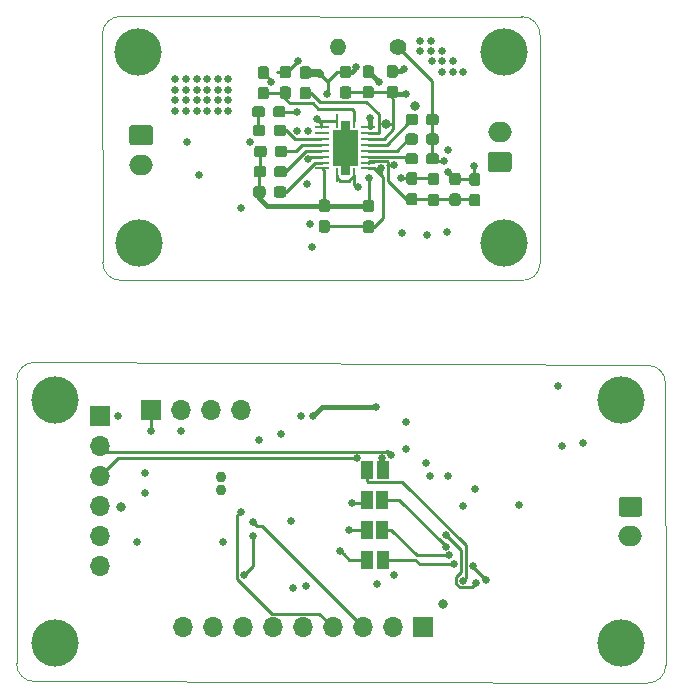
<source format=gbr>
%TF.GenerationSoftware,KiCad,Pcbnew,5.1.5+dfsg1-2build2*%
%TF.CreationDate,2021-04-08T10:41:37-07:00*%
%TF.ProjectId,spl_prototype,73706c5f-7072-46f7-946f-747970652e6b,rev?*%
%TF.SameCoordinates,Original*%
%TF.FileFunction,Copper,L4,Bot*%
%TF.FilePolarity,Positive*%
%FSLAX46Y46*%
G04 Gerber Fmt 4.6, Leading zero omitted, Abs format (unit mm)*
G04 Created by KiCad (PCBNEW 5.1.5+dfsg1-2build2) date 2021-04-08 10:41:37*
%MOMM*%
%LPD*%
G04 APERTURE LIST*
%TA.AperFunction,Profile*%
%ADD10C,0.050000*%
%TD*%
%TA.AperFunction,ComponentPad*%
%ADD11C,0.100000*%
%TD*%
%TA.AperFunction,ComponentPad*%
%ADD12O,2.000000X1.700000*%
%TD*%
%TA.AperFunction,SMDPad,CuDef*%
%ADD13R,1.000000X1.500000*%
%TD*%
%TA.AperFunction,ComponentPad*%
%ADD14O,1.400000X1.400000*%
%TD*%
%TA.AperFunction,ComponentPad*%
%ADD15C,1.400000*%
%TD*%
%TA.AperFunction,ComponentPad*%
%ADD16C,0.920000*%
%TD*%
%TA.AperFunction,SMDPad,CuDef*%
%ADD17C,0.100000*%
%TD*%
%TA.AperFunction,ComponentPad*%
%ADD18R,1.700000X1.700000*%
%TD*%
%TA.AperFunction,ComponentPad*%
%ADD19O,1.700000X1.700000*%
%TD*%
%TA.AperFunction,ComponentPad*%
%ADD20C,0.200000*%
%TD*%
%TA.AperFunction,SMDPad,CuDef*%
%ADD21R,0.240000X1.200000*%
%TD*%
%TA.AperFunction,SMDPad,CuDef*%
%ADD22R,1.200000X0.240000*%
%TD*%
%TA.AperFunction,ViaPad*%
%ADD23C,4.000000*%
%TD*%
%TA.AperFunction,ViaPad*%
%ADD24C,0.635000*%
%TD*%
%TA.AperFunction,ViaPad*%
%ADD25C,0.800000*%
%TD*%
%TA.AperFunction,Conductor*%
%ADD26C,0.250000*%
%TD*%
%TA.AperFunction,Conductor*%
%ADD27C,0.635000*%
%TD*%
%TA.AperFunction,Conductor*%
%ADD28C,0.381000*%
%TD*%
G04 APERTURE END LIST*
D10*
X97000000Y-44759201D02*
X96960034Y-25501071D01*
X132420000Y-46300000D02*
X98500649Y-46300000D01*
X134030000Y-25590649D02*
X134027699Y-44839584D01*
X98560000Y-23940799D02*
X132469351Y-23960000D01*
X132468914Y-23957945D02*
G75*
G02X134030000Y-25590649I11087J-1552056D01*
G01*
X134027699Y-44839584D02*
G75*
G02X132420000Y-46300000I-1457700J-10417D01*
G01*
X98500649Y-46300000D02*
G75*
G02X97000000Y-44759201I-10650J1490800D01*
G01*
X96960034Y-25501071D02*
G75*
G02X98560000Y-23940799I1549967J11072D01*
G01*
X89700000Y-78720000D02*
X89709201Y-54740649D01*
X143120000Y-80390000D02*
X91200649Y-80260799D01*
X144640000Y-55030000D02*
X144660799Y-78889351D01*
X91250000Y-53240000D02*
X143140000Y-53490000D01*
X144660799Y-78889351D02*
G75*
G02X143120000Y-80390000I-1490800J-10650D01*
G01*
X91200649Y-80260799D02*
G75*
G02X89700000Y-78720000I-10650J1490800D01*
G01*
X143139351Y-53489201D02*
G75*
G02X144640000Y-55030000I10650J-1490800D01*
G01*
X89709201Y-54740649D02*
G75*
G02X91250000Y-53240000I1490800J10650D01*
G01*
%TA.AperFunction,ComponentPad*%
D11*
%TO.P,J8,1*%
%TO.N,GNDD*%
G36*
X142454504Y-64601204D02*
G01*
X142478773Y-64604804D01*
X142502571Y-64610765D01*
X142525671Y-64619030D01*
X142547849Y-64629520D01*
X142568893Y-64642133D01*
X142588598Y-64656747D01*
X142606777Y-64673223D01*
X142623253Y-64691402D01*
X142637867Y-64711107D01*
X142650480Y-64732151D01*
X142660970Y-64754329D01*
X142669235Y-64777429D01*
X142675196Y-64801227D01*
X142678796Y-64825496D01*
X142680000Y-64850000D01*
X142680000Y-66050000D01*
X142678796Y-66074504D01*
X142675196Y-66098773D01*
X142669235Y-66122571D01*
X142660970Y-66145671D01*
X142650480Y-66167849D01*
X142637867Y-66188893D01*
X142623253Y-66208598D01*
X142606777Y-66226777D01*
X142588598Y-66243253D01*
X142568893Y-66257867D01*
X142547849Y-66270480D01*
X142525671Y-66280970D01*
X142502571Y-66289235D01*
X142478773Y-66295196D01*
X142454504Y-66298796D01*
X142430000Y-66300000D01*
X140930000Y-66300000D01*
X140905496Y-66298796D01*
X140881227Y-66295196D01*
X140857429Y-66289235D01*
X140834329Y-66280970D01*
X140812151Y-66270480D01*
X140791107Y-66257867D01*
X140771402Y-66243253D01*
X140753223Y-66226777D01*
X140736747Y-66208598D01*
X140722133Y-66188893D01*
X140709520Y-66167849D01*
X140699030Y-66145671D01*
X140690765Y-66122571D01*
X140684804Y-66098773D01*
X140681204Y-66074504D01*
X140680000Y-66050000D01*
X140680000Y-64850000D01*
X140681204Y-64825496D01*
X140684804Y-64801227D01*
X140690765Y-64777429D01*
X140699030Y-64754329D01*
X140709520Y-64732151D01*
X140722133Y-64711107D01*
X140736747Y-64691402D01*
X140753223Y-64673223D01*
X140771402Y-64656747D01*
X140791107Y-64642133D01*
X140812151Y-64629520D01*
X140834329Y-64619030D01*
X140857429Y-64610765D01*
X140881227Y-64604804D01*
X140905496Y-64601204D01*
X140930000Y-64600000D01*
X142430000Y-64600000D01*
X142454504Y-64601204D01*
G37*
%TD.AperFunction*%
D12*
%TO.P,J8,2*%
%TO.N,/STM32SUPPLY*%
X141680000Y-67950000D03*
%TD*%
%TO.P,J5,2*%
%TO.N,/STM32SUPPLY_SRC*%
X130610000Y-33760000D03*
%TA.AperFunction,ComponentPad*%
D11*
%TO.P,J5,1*%
%TO.N,GND*%
G36*
X131384504Y-35411204D02*
G01*
X131408773Y-35414804D01*
X131432571Y-35420765D01*
X131455671Y-35429030D01*
X131477849Y-35439520D01*
X131498893Y-35452133D01*
X131518598Y-35466747D01*
X131536777Y-35483223D01*
X131553253Y-35501402D01*
X131567867Y-35521107D01*
X131580480Y-35542151D01*
X131590970Y-35564329D01*
X131599235Y-35587429D01*
X131605196Y-35611227D01*
X131608796Y-35635496D01*
X131610000Y-35660000D01*
X131610000Y-36860000D01*
X131608796Y-36884504D01*
X131605196Y-36908773D01*
X131599235Y-36932571D01*
X131590970Y-36955671D01*
X131580480Y-36977849D01*
X131567867Y-36998893D01*
X131553253Y-37018598D01*
X131536777Y-37036777D01*
X131518598Y-37053253D01*
X131498893Y-37067867D01*
X131477849Y-37080480D01*
X131455671Y-37090970D01*
X131432571Y-37099235D01*
X131408773Y-37105196D01*
X131384504Y-37108796D01*
X131360000Y-37110000D01*
X129860000Y-37110000D01*
X129835496Y-37108796D01*
X129811227Y-37105196D01*
X129787429Y-37099235D01*
X129764329Y-37090970D01*
X129742151Y-37080480D01*
X129721107Y-37067867D01*
X129701402Y-37053253D01*
X129683223Y-37036777D01*
X129666747Y-37018598D01*
X129652133Y-36998893D01*
X129639520Y-36977849D01*
X129629030Y-36955671D01*
X129620765Y-36932571D01*
X129614804Y-36908773D01*
X129611204Y-36884504D01*
X129610000Y-36860000D01*
X129610000Y-35660000D01*
X129611204Y-35635496D01*
X129614804Y-35611227D01*
X129620765Y-35587429D01*
X129629030Y-35564329D01*
X129639520Y-35542151D01*
X129652133Y-35521107D01*
X129666747Y-35501402D01*
X129683223Y-35483223D01*
X129701402Y-35466747D01*
X129721107Y-35452133D01*
X129742151Y-35439520D01*
X129764329Y-35429030D01*
X129787429Y-35420765D01*
X129811227Y-35414804D01*
X129835496Y-35411204D01*
X129860000Y-35410000D01*
X131360000Y-35410000D01*
X131384504Y-35411204D01*
G37*
%TD.AperFunction*%
%TD*%
D13*
%TO.P,JP4,2*%
%TO.N,/SPI1_SCK*%
X120662000Y-64854000D03*
%TO.P,JP4,1*%
%TO.N,Net-(JP4-Pad1)*%
X119362000Y-64854000D03*
%TD*%
%TO.P,JP5,2*%
%TO.N,/SPI1_MISO*%
X120673001Y-67394000D03*
%TO.P,JP5,1*%
%TO.N,Net-(JP5-Pad1)*%
X119373001Y-67394000D03*
%TD*%
%TO.P,JP6,2*%
%TO.N,/SPI1_MOSI*%
X120705001Y-69934000D03*
%TO.P,JP6,1*%
%TO.N,Net-(JP6-Pad1)*%
X119405001Y-69934000D03*
%TD*%
%TO.P,JP7,2*%
%TO.N,/SPI1_SSN*%
X119405001Y-62314000D03*
%TO.P,JP7,1*%
%TO.N,Net-(JP7-Pad1)*%
X120705001Y-62314000D03*
%TD*%
D14*
%TO.P,J6,2*%
%TO.N,Net-(C18-Pad2)*%
X116940000Y-26570000D03*
D15*
%TO.P,J6,1*%
%TO.N,Net-(C21-Pad2)*%
X122020000Y-26570000D03*
%TD*%
D16*
%TO.P,Y1,2*%
%TO.N,Net-(C11-Pad1)*%
X107022140Y-64066220D03*
%TO.P,Y1,1*%
%TO.N,Net-(C10-Pad1)*%
X107022140Y-62966220D03*
%TD*%
%TA.AperFunction,SMDPad,CuDef*%
D17*
%TO.P,R20,2*%
%TO.N,Net-(D3-Pad2)*%
G36*
X110561819Y-33123624D02*
G01*
X110584874Y-33127043D01*
X110607483Y-33132707D01*
X110629427Y-33140559D01*
X110650497Y-33150524D01*
X110670488Y-33162506D01*
X110689208Y-33176390D01*
X110706478Y-33192042D01*
X110722130Y-33209312D01*
X110736014Y-33228032D01*
X110747996Y-33248023D01*
X110757961Y-33269093D01*
X110765813Y-33291037D01*
X110771477Y-33313646D01*
X110774896Y-33336701D01*
X110776040Y-33359980D01*
X110776040Y-33834980D01*
X110774896Y-33858259D01*
X110771477Y-33881314D01*
X110765813Y-33903923D01*
X110757961Y-33925867D01*
X110747996Y-33946937D01*
X110736014Y-33966928D01*
X110722130Y-33985648D01*
X110706478Y-34002918D01*
X110689208Y-34018570D01*
X110670488Y-34032454D01*
X110650497Y-34044436D01*
X110629427Y-34054401D01*
X110607483Y-34062253D01*
X110584874Y-34067917D01*
X110561819Y-34071336D01*
X110538540Y-34072480D01*
X109963540Y-34072480D01*
X109940261Y-34071336D01*
X109917206Y-34067917D01*
X109894597Y-34062253D01*
X109872653Y-34054401D01*
X109851583Y-34044436D01*
X109831592Y-34032454D01*
X109812872Y-34018570D01*
X109795602Y-34002918D01*
X109779950Y-33985648D01*
X109766066Y-33966928D01*
X109754084Y-33946937D01*
X109744119Y-33925867D01*
X109736267Y-33903923D01*
X109730603Y-33881314D01*
X109727184Y-33858259D01*
X109726040Y-33834980D01*
X109726040Y-33359980D01*
X109727184Y-33336701D01*
X109730603Y-33313646D01*
X109736267Y-33291037D01*
X109744119Y-33269093D01*
X109754084Y-33248023D01*
X109766066Y-33228032D01*
X109779950Y-33209312D01*
X109795602Y-33192042D01*
X109812872Y-33176390D01*
X109831592Y-33162506D01*
X109851583Y-33150524D01*
X109872653Y-33140559D01*
X109894597Y-33132707D01*
X109917206Y-33127043D01*
X109940261Y-33123624D01*
X109963540Y-33122480D01*
X110538540Y-33122480D01*
X110561819Y-33123624D01*
G37*
%TD.AperFunction*%
%TA.AperFunction,SMDPad,CuDef*%
%TO.P,R20,1*%
%TO.N,/CHG_LED*%
G36*
X112311819Y-33123624D02*
G01*
X112334874Y-33127043D01*
X112357483Y-33132707D01*
X112379427Y-33140559D01*
X112400497Y-33150524D01*
X112420488Y-33162506D01*
X112439208Y-33176390D01*
X112456478Y-33192042D01*
X112472130Y-33209312D01*
X112486014Y-33228032D01*
X112497996Y-33248023D01*
X112507961Y-33269093D01*
X112515813Y-33291037D01*
X112521477Y-33313646D01*
X112524896Y-33336701D01*
X112526040Y-33359980D01*
X112526040Y-33834980D01*
X112524896Y-33858259D01*
X112521477Y-33881314D01*
X112515813Y-33903923D01*
X112507961Y-33925867D01*
X112497996Y-33946937D01*
X112486014Y-33966928D01*
X112472130Y-33985648D01*
X112456478Y-34002918D01*
X112439208Y-34018570D01*
X112420488Y-34032454D01*
X112400497Y-34044436D01*
X112379427Y-34054401D01*
X112357483Y-34062253D01*
X112334874Y-34067917D01*
X112311819Y-34071336D01*
X112288540Y-34072480D01*
X111713540Y-34072480D01*
X111690261Y-34071336D01*
X111667206Y-34067917D01*
X111644597Y-34062253D01*
X111622653Y-34054401D01*
X111601583Y-34044436D01*
X111581592Y-34032454D01*
X111562872Y-34018570D01*
X111545602Y-34002918D01*
X111529950Y-33985648D01*
X111516066Y-33966928D01*
X111504084Y-33946937D01*
X111494119Y-33925867D01*
X111486267Y-33903923D01*
X111480603Y-33881314D01*
X111477184Y-33858259D01*
X111476040Y-33834980D01*
X111476040Y-33359980D01*
X111477184Y-33336701D01*
X111480603Y-33313646D01*
X111486267Y-33291037D01*
X111494119Y-33269093D01*
X111504084Y-33248023D01*
X111516066Y-33228032D01*
X111529950Y-33209312D01*
X111545602Y-33192042D01*
X111562872Y-33176390D01*
X111581592Y-33162506D01*
X111601583Y-33150524D01*
X111622653Y-33140559D01*
X111644597Y-33132707D01*
X111667206Y-33127043D01*
X111690261Y-33123624D01*
X111713540Y-33122480D01*
X112288540Y-33122480D01*
X112311819Y-33123624D01*
G37*
%TD.AperFunction*%
%TD*%
%TA.AperFunction,SMDPad,CuDef*%
%TO.P,R19,2*%
%TO.N,GND*%
G36*
X128759459Y-37233384D02*
G01*
X128782514Y-37236803D01*
X128805123Y-37242467D01*
X128827067Y-37250319D01*
X128848137Y-37260284D01*
X128868128Y-37272266D01*
X128886848Y-37286150D01*
X128904118Y-37301802D01*
X128919770Y-37319072D01*
X128933654Y-37337792D01*
X128945636Y-37357783D01*
X128955601Y-37378853D01*
X128963453Y-37400797D01*
X128969117Y-37423406D01*
X128972536Y-37446461D01*
X128973680Y-37469740D01*
X128973680Y-38044740D01*
X128972536Y-38068019D01*
X128969117Y-38091074D01*
X128963453Y-38113683D01*
X128955601Y-38135627D01*
X128945636Y-38156697D01*
X128933654Y-38176688D01*
X128919770Y-38195408D01*
X128904118Y-38212678D01*
X128886848Y-38228330D01*
X128868128Y-38242214D01*
X128848137Y-38254196D01*
X128827067Y-38264161D01*
X128805123Y-38272013D01*
X128782514Y-38277677D01*
X128759459Y-38281096D01*
X128736180Y-38282240D01*
X128261180Y-38282240D01*
X128237901Y-38281096D01*
X128214846Y-38277677D01*
X128192237Y-38272013D01*
X128170293Y-38264161D01*
X128149223Y-38254196D01*
X128129232Y-38242214D01*
X128110512Y-38228330D01*
X128093242Y-38212678D01*
X128077590Y-38195408D01*
X128063706Y-38176688D01*
X128051724Y-38156697D01*
X128041759Y-38135627D01*
X128033907Y-38113683D01*
X128028243Y-38091074D01*
X128024824Y-38068019D01*
X128023680Y-38044740D01*
X128023680Y-37469740D01*
X128024824Y-37446461D01*
X128028243Y-37423406D01*
X128033907Y-37400797D01*
X128041759Y-37378853D01*
X128051724Y-37357783D01*
X128063706Y-37337792D01*
X128077590Y-37319072D01*
X128093242Y-37301802D01*
X128110512Y-37286150D01*
X128129232Y-37272266D01*
X128149223Y-37260284D01*
X128170293Y-37250319D01*
X128192237Y-37242467D01*
X128214846Y-37236803D01*
X128237901Y-37233384D01*
X128261180Y-37232240D01*
X128736180Y-37232240D01*
X128759459Y-37233384D01*
G37*
%TD.AperFunction*%
%TA.AperFunction,SMDPad,CuDef*%
%TO.P,R19,1*%
%TO.N,/VRECT*%
G36*
X128759459Y-38983384D02*
G01*
X128782514Y-38986803D01*
X128805123Y-38992467D01*
X128827067Y-39000319D01*
X128848137Y-39010284D01*
X128868128Y-39022266D01*
X128886848Y-39036150D01*
X128904118Y-39051802D01*
X128919770Y-39069072D01*
X128933654Y-39087792D01*
X128945636Y-39107783D01*
X128955601Y-39128853D01*
X128963453Y-39150797D01*
X128969117Y-39173406D01*
X128972536Y-39196461D01*
X128973680Y-39219740D01*
X128973680Y-39794740D01*
X128972536Y-39818019D01*
X128969117Y-39841074D01*
X128963453Y-39863683D01*
X128955601Y-39885627D01*
X128945636Y-39906697D01*
X128933654Y-39926688D01*
X128919770Y-39945408D01*
X128904118Y-39962678D01*
X128886848Y-39978330D01*
X128868128Y-39992214D01*
X128848137Y-40004196D01*
X128827067Y-40014161D01*
X128805123Y-40022013D01*
X128782514Y-40027677D01*
X128759459Y-40031096D01*
X128736180Y-40032240D01*
X128261180Y-40032240D01*
X128237901Y-40031096D01*
X128214846Y-40027677D01*
X128192237Y-40022013D01*
X128170293Y-40014161D01*
X128149223Y-40004196D01*
X128129232Y-39992214D01*
X128110512Y-39978330D01*
X128093242Y-39962678D01*
X128077590Y-39945408D01*
X128063706Y-39926688D01*
X128051724Y-39906697D01*
X128041759Y-39885627D01*
X128033907Y-39863683D01*
X128028243Y-39841074D01*
X128024824Y-39818019D01*
X128023680Y-39794740D01*
X128023680Y-39219740D01*
X128024824Y-39196461D01*
X128028243Y-39173406D01*
X128033907Y-39150797D01*
X128041759Y-39128853D01*
X128051724Y-39107783D01*
X128063706Y-39087792D01*
X128077590Y-39069072D01*
X128093242Y-39051802D01*
X128110512Y-39036150D01*
X128129232Y-39022266D01*
X128149223Y-39010284D01*
X128170293Y-39000319D01*
X128192237Y-38992467D01*
X128214846Y-38986803D01*
X128237901Y-38983384D01*
X128261180Y-38982240D01*
X128736180Y-38982240D01*
X128759459Y-38983384D01*
G37*
%TD.AperFunction*%
%TD*%
%TA.AperFunction,SMDPad,CuDef*%
%TO.P,R18,2*%
%TO.N,GND*%
G36*
X114409419Y-28180344D02*
G01*
X114432474Y-28183763D01*
X114455083Y-28189427D01*
X114477027Y-28197279D01*
X114498097Y-28207244D01*
X114518088Y-28219226D01*
X114536808Y-28233110D01*
X114554078Y-28248762D01*
X114569730Y-28266032D01*
X114583614Y-28284752D01*
X114595596Y-28304743D01*
X114605561Y-28325813D01*
X114613413Y-28347757D01*
X114619077Y-28370366D01*
X114622496Y-28393421D01*
X114623640Y-28416700D01*
X114623640Y-28991700D01*
X114622496Y-29014979D01*
X114619077Y-29038034D01*
X114613413Y-29060643D01*
X114605561Y-29082587D01*
X114595596Y-29103657D01*
X114583614Y-29123648D01*
X114569730Y-29142368D01*
X114554078Y-29159638D01*
X114536808Y-29175290D01*
X114518088Y-29189174D01*
X114498097Y-29201156D01*
X114477027Y-29211121D01*
X114455083Y-29218973D01*
X114432474Y-29224637D01*
X114409419Y-29228056D01*
X114386140Y-29229200D01*
X113911140Y-29229200D01*
X113887861Y-29228056D01*
X113864806Y-29224637D01*
X113842197Y-29218973D01*
X113820253Y-29211121D01*
X113799183Y-29201156D01*
X113779192Y-29189174D01*
X113760472Y-29175290D01*
X113743202Y-29159638D01*
X113727550Y-29142368D01*
X113713666Y-29123648D01*
X113701684Y-29103657D01*
X113691719Y-29082587D01*
X113683867Y-29060643D01*
X113678203Y-29038034D01*
X113674784Y-29014979D01*
X113673640Y-28991700D01*
X113673640Y-28416700D01*
X113674784Y-28393421D01*
X113678203Y-28370366D01*
X113683867Y-28347757D01*
X113691719Y-28325813D01*
X113701684Y-28304743D01*
X113713666Y-28284752D01*
X113727550Y-28266032D01*
X113743202Y-28248762D01*
X113760472Y-28233110D01*
X113779192Y-28219226D01*
X113799183Y-28207244D01*
X113820253Y-28197279D01*
X113842197Y-28189427D01*
X113864806Y-28183763D01*
X113887861Y-28180344D01*
X113911140Y-28179200D01*
X114386140Y-28179200D01*
X114409419Y-28180344D01*
G37*
%TD.AperFunction*%
%TA.AperFunction,SMDPad,CuDef*%
%TO.P,R18,1*%
%TO.N,Net-(R18-Pad1)*%
G36*
X114409419Y-29930344D02*
G01*
X114432474Y-29933763D01*
X114455083Y-29939427D01*
X114477027Y-29947279D01*
X114498097Y-29957244D01*
X114518088Y-29969226D01*
X114536808Y-29983110D01*
X114554078Y-29998762D01*
X114569730Y-30016032D01*
X114583614Y-30034752D01*
X114595596Y-30054743D01*
X114605561Y-30075813D01*
X114613413Y-30097757D01*
X114619077Y-30120366D01*
X114622496Y-30143421D01*
X114623640Y-30166700D01*
X114623640Y-30741700D01*
X114622496Y-30764979D01*
X114619077Y-30788034D01*
X114613413Y-30810643D01*
X114605561Y-30832587D01*
X114595596Y-30853657D01*
X114583614Y-30873648D01*
X114569730Y-30892368D01*
X114554078Y-30909638D01*
X114536808Y-30925290D01*
X114518088Y-30939174D01*
X114498097Y-30951156D01*
X114477027Y-30961121D01*
X114455083Y-30968973D01*
X114432474Y-30974637D01*
X114409419Y-30978056D01*
X114386140Y-30979200D01*
X113911140Y-30979200D01*
X113887861Y-30978056D01*
X113864806Y-30974637D01*
X113842197Y-30968973D01*
X113820253Y-30961121D01*
X113799183Y-30951156D01*
X113779192Y-30939174D01*
X113760472Y-30925290D01*
X113743202Y-30909638D01*
X113727550Y-30892368D01*
X113713666Y-30873648D01*
X113701684Y-30853657D01*
X113691719Y-30832587D01*
X113683867Y-30810643D01*
X113678203Y-30788034D01*
X113674784Y-30764979D01*
X113673640Y-30741700D01*
X113673640Y-30166700D01*
X113674784Y-30143421D01*
X113678203Y-30120366D01*
X113683867Y-30097757D01*
X113691719Y-30075813D01*
X113701684Y-30054743D01*
X113713666Y-30034752D01*
X113727550Y-30016032D01*
X113743202Y-29998762D01*
X113760472Y-29983110D01*
X113779192Y-29969226D01*
X113799183Y-29957244D01*
X113820253Y-29947279D01*
X113842197Y-29939427D01*
X113864806Y-29933763D01*
X113887861Y-29930344D01*
X113911140Y-29929200D01*
X114386140Y-29929200D01*
X114409419Y-29930344D01*
G37*
%TD.AperFunction*%
%TD*%
%TA.AperFunction,SMDPad,CuDef*%
%TO.P,R17,2*%
%TO.N,GND*%
G36*
X112702539Y-28134624D02*
G01*
X112725594Y-28138043D01*
X112748203Y-28143707D01*
X112770147Y-28151559D01*
X112791217Y-28161524D01*
X112811208Y-28173506D01*
X112829928Y-28187390D01*
X112847198Y-28203042D01*
X112862850Y-28220312D01*
X112876734Y-28239032D01*
X112888716Y-28259023D01*
X112898681Y-28280093D01*
X112906533Y-28302037D01*
X112912197Y-28324646D01*
X112915616Y-28347701D01*
X112916760Y-28370980D01*
X112916760Y-28945980D01*
X112915616Y-28969259D01*
X112912197Y-28992314D01*
X112906533Y-29014923D01*
X112898681Y-29036867D01*
X112888716Y-29057937D01*
X112876734Y-29077928D01*
X112862850Y-29096648D01*
X112847198Y-29113918D01*
X112829928Y-29129570D01*
X112811208Y-29143454D01*
X112791217Y-29155436D01*
X112770147Y-29165401D01*
X112748203Y-29173253D01*
X112725594Y-29178917D01*
X112702539Y-29182336D01*
X112679260Y-29183480D01*
X112204260Y-29183480D01*
X112180981Y-29182336D01*
X112157926Y-29178917D01*
X112135317Y-29173253D01*
X112113373Y-29165401D01*
X112092303Y-29155436D01*
X112072312Y-29143454D01*
X112053592Y-29129570D01*
X112036322Y-29113918D01*
X112020670Y-29096648D01*
X112006786Y-29077928D01*
X111994804Y-29057937D01*
X111984839Y-29036867D01*
X111976987Y-29014923D01*
X111971323Y-28992314D01*
X111967904Y-28969259D01*
X111966760Y-28945980D01*
X111966760Y-28370980D01*
X111967904Y-28347701D01*
X111971323Y-28324646D01*
X111976987Y-28302037D01*
X111984839Y-28280093D01*
X111994804Y-28259023D01*
X112006786Y-28239032D01*
X112020670Y-28220312D01*
X112036322Y-28203042D01*
X112053592Y-28187390D01*
X112072312Y-28173506D01*
X112092303Y-28161524D01*
X112113373Y-28151559D01*
X112135317Y-28143707D01*
X112157926Y-28138043D01*
X112180981Y-28134624D01*
X112204260Y-28133480D01*
X112679260Y-28133480D01*
X112702539Y-28134624D01*
G37*
%TD.AperFunction*%
%TA.AperFunction,SMDPad,CuDef*%
%TO.P,R17,1*%
%TO.N,Net-(R16-Pad2)*%
G36*
X112702539Y-29884624D02*
G01*
X112725594Y-29888043D01*
X112748203Y-29893707D01*
X112770147Y-29901559D01*
X112791217Y-29911524D01*
X112811208Y-29923506D01*
X112829928Y-29937390D01*
X112847198Y-29953042D01*
X112862850Y-29970312D01*
X112876734Y-29989032D01*
X112888716Y-30009023D01*
X112898681Y-30030093D01*
X112906533Y-30052037D01*
X112912197Y-30074646D01*
X112915616Y-30097701D01*
X112916760Y-30120980D01*
X112916760Y-30695980D01*
X112915616Y-30719259D01*
X112912197Y-30742314D01*
X112906533Y-30764923D01*
X112898681Y-30786867D01*
X112888716Y-30807937D01*
X112876734Y-30827928D01*
X112862850Y-30846648D01*
X112847198Y-30863918D01*
X112829928Y-30879570D01*
X112811208Y-30893454D01*
X112791217Y-30905436D01*
X112770147Y-30915401D01*
X112748203Y-30923253D01*
X112725594Y-30928917D01*
X112702539Y-30932336D01*
X112679260Y-30933480D01*
X112204260Y-30933480D01*
X112180981Y-30932336D01*
X112157926Y-30928917D01*
X112135317Y-30923253D01*
X112113373Y-30915401D01*
X112092303Y-30905436D01*
X112072312Y-30893454D01*
X112053592Y-30879570D01*
X112036322Y-30863918D01*
X112020670Y-30846648D01*
X112006786Y-30827928D01*
X111994804Y-30807937D01*
X111984839Y-30786867D01*
X111976987Y-30764923D01*
X111971323Y-30742314D01*
X111967904Y-30719259D01*
X111966760Y-30695980D01*
X111966760Y-30120980D01*
X111967904Y-30097701D01*
X111971323Y-30074646D01*
X111976987Y-30052037D01*
X111984839Y-30030093D01*
X111994804Y-30009023D01*
X112006786Y-29989032D01*
X112020670Y-29970312D01*
X112036322Y-29953042D01*
X112053592Y-29937390D01*
X112072312Y-29923506D01*
X112092303Y-29911524D01*
X112113373Y-29901559D01*
X112135317Y-29893707D01*
X112157926Y-29888043D01*
X112180981Y-29884624D01*
X112204260Y-29883480D01*
X112679260Y-29883480D01*
X112702539Y-29884624D01*
G37*
%TD.AperFunction*%
%TD*%
%TA.AperFunction,SMDPad,CuDef*%
%TO.P,R16,2*%
%TO.N,Net-(R16-Pad2)*%
G36*
X110843259Y-29930344D02*
G01*
X110866314Y-29933763D01*
X110888923Y-29939427D01*
X110910867Y-29947279D01*
X110931937Y-29957244D01*
X110951928Y-29969226D01*
X110970648Y-29983110D01*
X110987918Y-29998762D01*
X111003570Y-30016032D01*
X111017454Y-30034752D01*
X111029436Y-30054743D01*
X111039401Y-30075813D01*
X111047253Y-30097757D01*
X111052917Y-30120366D01*
X111056336Y-30143421D01*
X111057480Y-30166700D01*
X111057480Y-30741700D01*
X111056336Y-30764979D01*
X111052917Y-30788034D01*
X111047253Y-30810643D01*
X111039401Y-30832587D01*
X111029436Y-30853657D01*
X111017454Y-30873648D01*
X111003570Y-30892368D01*
X110987918Y-30909638D01*
X110970648Y-30925290D01*
X110951928Y-30939174D01*
X110931937Y-30951156D01*
X110910867Y-30961121D01*
X110888923Y-30968973D01*
X110866314Y-30974637D01*
X110843259Y-30978056D01*
X110819980Y-30979200D01*
X110344980Y-30979200D01*
X110321701Y-30978056D01*
X110298646Y-30974637D01*
X110276037Y-30968973D01*
X110254093Y-30961121D01*
X110233023Y-30951156D01*
X110213032Y-30939174D01*
X110194312Y-30925290D01*
X110177042Y-30909638D01*
X110161390Y-30892368D01*
X110147506Y-30873648D01*
X110135524Y-30853657D01*
X110125559Y-30832587D01*
X110117707Y-30810643D01*
X110112043Y-30788034D01*
X110108624Y-30764979D01*
X110107480Y-30741700D01*
X110107480Y-30166700D01*
X110108624Y-30143421D01*
X110112043Y-30120366D01*
X110117707Y-30097757D01*
X110125559Y-30075813D01*
X110135524Y-30054743D01*
X110147506Y-30034752D01*
X110161390Y-30016032D01*
X110177042Y-29998762D01*
X110194312Y-29983110D01*
X110213032Y-29969226D01*
X110233023Y-29957244D01*
X110254093Y-29947279D01*
X110276037Y-29939427D01*
X110298646Y-29933763D01*
X110321701Y-29930344D01*
X110344980Y-29929200D01*
X110819980Y-29929200D01*
X110843259Y-29930344D01*
G37*
%TD.AperFunction*%
%TA.AperFunction,SMDPad,CuDef*%
%TO.P,R16,1*%
%TO.N,+5V*%
G36*
X110843259Y-28180344D02*
G01*
X110866314Y-28183763D01*
X110888923Y-28189427D01*
X110910867Y-28197279D01*
X110931937Y-28207244D01*
X110951928Y-28219226D01*
X110970648Y-28233110D01*
X110987918Y-28248762D01*
X111003570Y-28266032D01*
X111017454Y-28284752D01*
X111029436Y-28304743D01*
X111039401Y-28325813D01*
X111047253Y-28347757D01*
X111052917Y-28370366D01*
X111056336Y-28393421D01*
X111057480Y-28416700D01*
X111057480Y-28991700D01*
X111056336Y-29014979D01*
X111052917Y-29038034D01*
X111047253Y-29060643D01*
X111039401Y-29082587D01*
X111029436Y-29103657D01*
X111017454Y-29123648D01*
X111003570Y-29142368D01*
X110987918Y-29159638D01*
X110970648Y-29175290D01*
X110951928Y-29189174D01*
X110931937Y-29201156D01*
X110910867Y-29211121D01*
X110888923Y-29218973D01*
X110866314Y-29224637D01*
X110843259Y-29228056D01*
X110819980Y-29229200D01*
X110344980Y-29229200D01*
X110321701Y-29228056D01*
X110298646Y-29224637D01*
X110276037Y-29218973D01*
X110254093Y-29211121D01*
X110233023Y-29201156D01*
X110213032Y-29189174D01*
X110194312Y-29175290D01*
X110177042Y-29159638D01*
X110161390Y-29142368D01*
X110147506Y-29123648D01*
X110135524Y-29103657D01*
X110125559Y-29082587D01*
X110117707Y-29060643D01*
X110112043Y-29038034D01*
X110108624Y-29014979D01*
X110107480Y-28991700D01*
X110107480Y-28416700D01*
X110108624Y-28393421D01*
X110112043Y-28370366D01*
X110117707Y-28347757D01*
X110125559Y-28325813D01*
X110135524Y-28304743D01*
X110147506Y-28284752D01*
X110161390Y-28266032D01*
X110177042Y-28248762D01*
X110194312Y-28233110D01*
X110213032Y-28219226D01*
X110233023Y-28207244D01*
X110254093Y-28197279D01*
X110276037Y-28189427D01*
X110298646Y-28183763D01*
X110321701Y-28180344D01*
X110344980Y-28179200D01*
X110819980Y-28179200D01*
X110843259Y-28180344D01*
G37*
%TD.AperFunction*%
%TD*%
%TA.AperFunction,SMDPad,CuDef*%
%TO.P,R14,2*%
%TO.N,GND*%
G36*
X117807939Y-28109224D02*
G01*
X117830994Y-28112643D01*
X117853603Y-28118307D01*
X117875547Y-28126159D01*
X117896617Y-28136124D01*
X117916608Y-28148106D01*
X117935328Y-28161990D01*
X117952598Y-28177642D01*
X117968250Y-28194912D01*
X117982134Y-28213632D01*
X117994116Y-28233623D01*
X118004081Y-28254693D01*
X118011933Y-28276637D01*
X118017597Y-28299246D01*
X118021016Y-28322301D01*
X118022160Y-28345580D01*
X118022160Y-28920580D01*
X118021016Y-28943859D01*
X118017597Y-28966914D01*
X118011933Y-28989523D01*
X118004081Y-29011467D01*
X117994116Y-29032537D01*
X117982134Y-29052528D01*
X117968250Y-29071248D01*
X117952598Y-29088518D01*
X117935328Y-29104170D01*
X117916608Y-29118054D01*
X117896617Y-29130036D01*
X117875547Y-29140001D01*
X117853603Y-29147853D01*
X117830994Y-29153517D01*
X117807939Y-29156936D01*
X117784660Y-29158080D01*
X117309660Y-29158080D01*
X117286381Y-29156936D01*
X117263326Y-29153517D01*
X117240717Y-29147853D01*
X117218773Y-29140001D01*
X117197703Y-29130036D01*
X117177712Y-29118054D01*
X117158992Y-29104170D01*
X117141722Y-29088518D01*
X117126070Y-29071248D01*
X117112186Y-29052528D01*
X117100204Y-29032537D01*
X117090239Y-29011467D01*
X117082387Y-28989523D01*
X117076723Y-28966914D01*
X117073304Y-28943859D01*
X117072160Y-28920580D01*
X117072160Y-28345580D01*
X117073304Y-28322301D01*
X117076723Y-28299246D01*
X117082387Y-28276637D01*
X117090239Y-28254693D01*
X117100204Y-28233623D01*
X117112186Y-28213632D01*
X117126070Y-28194912D01*
X117141722Y-28177642D01*
X117158992Y-28161990D01*
X117177712Y-28148106D01*
X117197703Y-28136124D01*
X117218773Y-28126159D01*
X117240717Y-28118307D01*
X117263326Y-28112643D01*
X117286381Y-28109224D01*
X117309660Y-28108080D01*
X117784660Y-28108080D01*
X117807939Y-28109224D01*
G37*
%TD.AperFunction*%
%TA.AperFunction,SMDPad,CuDef*%
%TO.P,R14,1*%
%TO.N,Net-(C29-Pad1)*%
G36*
X117807939Y-29859224D02*
G01*
X117830994Y-29862643D01*
X117853603Y-29868307D01*
X117875547Y-29876159D01*
X117896617Y-29886124D01*
X117916608Y-29898106D01*
X117935328Y-29911990D01*
X117952598Y-29927642D01*
X117968250Y-29944912D01*
X117982134Y-29963632D01*
X117994116Y-29983623D01*
X118004081Y-30004693D01*
X118011933Y-30026637D01*
X118017597Y-30049246D01*
X118021016Y-30072301D01*
X118022160Y-30095580D01*
X118022160Y-30670580D01*
X118021016Y-30693859D01*
X118017597Y-30716914D01*
X118011933Y-30739523D01*
X118004081Y-30761467D01*
X117994116Y-30782537D01*
X117982134Y-30802528D01*
X117968250Y-30821248D01*
X117952598Y-30838518D01*
X117935328Y-30854170D01*
X117916608Y-30868054D01*
X117896617Y-30880036D01*
X117875547Y-30890001D01*
X117853603Y-30897853D01*
X117830994Y-30903517D01*
X117807939Y-30906936D01*
X117784660Y-30908080D01*
X117309660Y-30908080D01*
X117286381Y-30906936D01*
X117263326Y-30903517D01*
X117240717Y-30897853D01*
X117218773Y-30890001D01*
X117197703Y-30880036D01*
X117177712Y-30868054D01*
X117158992Y-30854170D01*
X117141722Y-30838518D01*
X117126070Y-30821248D01*
X117112186Y-30802528D01*
X117100204Y-30782537D01*
X117090239Y-30761467D01*
X117082387Y-30739523D01*
X117076723Y-30716914D01*
X117073304Y-30693859D01*
X117072160Y-30670580D01*
X117072160Y-30095580D01*
X117073304Y-30072301D01*
X117076723Y-30049246D01*
X117082387Y-30026637D01*
X117090239Y-30004693D01*
X117100204Y-29983623D01*
X117112186Y-29963632D01*
X117126070Y-29944912D01*
X117141722Y-29927642D01*
X117158992Y-29911990D01*
X117177712Y-29898106D01*
X117197703Y-29886124D01*
X117218773Y-29876159D01*
X117240717Y-29868307D01*
X117263326Y-29862643D01*
X117286381Y-29859224D01*
X117309660Y-29858080D01*
X117784660Y-29858080D01*
X117807939Y-29859224D01*
G37*
%TD.AperFunction*%
%TD*%
%TA.AperFunction,SMDPad,CuDef*%
%TO.P,R13,2*%
%TO.N,Net-(C29-Pad1)*%
G36*
X119728179Y-29849064D02*
G01*
X119751234Y-29852483D01*
X119773843Y-29858147D01*
X119795787Y-29865999D01*
X119816857Y-29875964D01*
X119836848Y-29887946D01*
X119855568Y-29901830D01*
X119872838Y-29917482D01*
X119888490Y-29934752D01*
X119902374Y-29953472D01*
X119914356Y-29973463D01*
X119924321Y-29994533D01*
X119932173Y-30016477D01*
X119937837Y-30039086D01*
X119941256Y-30062141D01*
X119942400Y-30085420D01*
X119942400Y-30660420D01*
X119941256Y-30683699D01*
X119937837Y-30706754D01*
X119932173Y-30729363D01*
X119924321Y-30751307D01*
X119914356Y-30772377D01*
X119902374Y-30792368D01*
X119888490Y-30811088D01*
X119872838Y-30828358D01*
X119855568Y-30844010D01*
X119836848Y-30857894D01*
X119816857Y-30869876D01*
X119795787Y-30879841D01*
X119773843Y-30887693D01*
X119751234Y-30893357D01*
X119728179Y-30896776D01*
X119704900Y-30897920D01*
X119229900Y-30897920D01*
X119206621Y-30896776D01*
X119183566Y-30893357D01*
X119160957Y-30887693D01*
X119139013Y-30879841D01*
X119117943Y-30869876D01*
X119097952Y-30857894D01*
X119079232Y-30844010D01*
X119061962Y-30828358D01*
X119046310Y-30811088D01*
X119032426Y-30792368D01*
X119020444Y-30772377D01*
X119010479Y-30751307D01*
X119002627Y-30729363D01*
X118996963Y-30706754D01*
X118993544Y-30683699D01*
X118992400Y-30660420D01*
X118992400Y-30085420D01*
X118993544Y-30062141D01*
X118996963Y-30039086D01*
X119002627Y-30016477D01*
X119010479Y-29994533D01*
X119020444Y-29973463D01*
X119032426Y-29953472D01*
X119046310Y-29934752D01*
X119061962Y-29917482D01*
X119079232Y-29901830D01*
X119097952Y-29887946D01*
X119117943Y-29875964D01*
X119139013Y-29865999D01*
X119160957Y-29858147D01*
X119183566Y-29852483D01*
X119206621Y-29849064D01*
X119229900Y-29847920D01*
X119704900Y-29847920D01*
X119728179Y-29849064D01*
G37*
%TD.AperFunction*%
%TA.AperFunction,SMDPad,CuDef*%
%TO.P,R13,1*%
%TO.N,Net-(R13-Pad1)*%
G36*
X119728179Y-28099064D02*
G01*
X119751234Y-28102483D01*
X119773843Y-28108147D01*
X119795787Y-28115999D01*
X119816857Y-28125964D01*
X119836848Y-28137946D01*
X119855568Y-28151830D01*
X119872838Y-28167482D01*
X119888490Y-28184752D01*
X119902374Y-28203472D01*
X119914356Y-28223463D01*
X119924321Y-28244533D01*
X119932173Y-28266477D01*
X119937837Y-28289086D01*
X119941256Y-28312141D01*
X119942400Y-28335420D01*
X119942400Y-28910420D01*
X119941256Y-28933699D01*
X119937837Y-28956754D01*
X119932173Y-28979363D01*
X119924321Y-29001307D01*
X119914356Y-29022377D01*
X119902374Y-29042368D01*
X119888490Y-29061088D01*
X119872838Y-29078358D01*
X119855568Y-29094010D01*
X119836848Y-29107894D01*
X119816857Y-29119876D01*
X119795787Y-29129841D01*
X119773843Y-29137693D01*
X119751234Y-29143357D01*
X119728179Y-29146776D01*
X119704900Y-29147920D01*
X119229900Y-29147920D01*
X119206621Y-29146776D01*
X119183566Y-29143357D01*
X119160957Y-29137693D01*
X119139013Y-29129841D01*
X119117943Y-29119876D01*
X119097952Y-29107894D01*
X119079232Y-29094010D01*
X119061962Y-29078358D01*
X119046310Y-29061088D01*
X119032426Y-29042368D01*
X119020444Y-29022377D01*
X119010479Y-29001307D01*
X119002627Y-28979363D01*
X118996963Y-28956754D01*
X118993544Y-28933699D01*
X118992400Y-28910420D01*
X118992400Y-28335420D01*
X118993544Y-28312141D01*
X118996963Y-28289086D01*
X119002627Y-28266477D01*
X119010479Y-28244533D01*
X119020444Y-28223463D01*
X119032426Y-28203472D01*
X119046310Y-28184752D01*
X119061962Y-28167482D01*
X119079232Y-28151830D01*
X119097952Y-28137946D01*
X119117943Y-28125964D01*
X119139013Y-28115999D01*
X119160957Y-28108147D01*
X119183566Y-28102483D01*
X119206621Y-28099064D01*
X119229900Y-28097920D01*
X119704900Y-28097920D01*
X119728179Y-28099064D01*
G37*
%TD.AperFunction*%
%TD*%
%TA.AperFunction,SMDPad,CuDef*%
%TO.P,D3,2*%
%TO.N,Net-(D3-Pad2)*%
G36*
X110490699Y-31558984D02*
G01*
X110513754Y-31562403D01*
X110536363Y-31568067D01*
X110558307Y-31575919D01*
X110579377Y-31585884D01*
X110599368Y-31597866D01*
X110618088Y-31611750D01*
X110635358Y-31627402D01*
X110651010Y-31644672D01*
X110664894Y-31663392D01*
X110676876Y-31683383D01*
X110686841Y-31704453D01*
X110694693Y-31726397D01*
X110700357Y-31749006D01*
X110703776Y-31772061D01*
X110704920Y-31795340D01*
X110704920Y-32270340D01*
X110703776Y-32293619D01*
X110700357Y-32316674D01*
X110694693Y-32339283D01*
X110686841Y-32361227D01*
X110676876Y-32382297D01*
X110664894Y-32402288D01*
X110651010Y-32421008D01*
X110635358Y-32438278D01*
X110618088Y-32453930D01*
X110599368Y-32467814D01*
X110579377Y-32479796D01*
X110558307Y-32489761D01*
X110536363Y-32497613D01*
X110513754Y-32503277D01*
X110490699Y-32506696D01*
X110467420Y-32507840D01*
X109892420Y-32507840D01*
X109869141Y-32506696D01*
X109846086Y-32503277D01*
X109823477Y-32497613D01*
X109801533Y-32489761D01*
X109780463Y-32479796D01*
X109760472Y-32467814D01*
X109741752Y-32453930D01*
X109724482Y-32438278D01*
X109708830Y-32421008D01*
X109694946Y-32402288D01*
X109682964Y-32382297D01*
X109672999Y-32361227D01*
X109665147Y-32339283D01*
X109659483Y-32316674D01*
X109656064Y-32293619D01*
X109654920Y-32270340D01*
X109654920Y-31795340D01*
X109656064Y-31772061D01*
X109659483Y-31749006D01*
X109665147Y-31726397D01*
X109672999Y-31704453D01*
X109682964Y-31683383D01*
X109694946Y-31663392D01*
X109708830Y-31644672D01*
X109724482Y-31627402D01*
X109741752Y-31611750D01*
X109760472Y-31597866D01*
X109780463Y-31585884D01*
X109801533Y-31575919D01*
X109823477Y-31568067D01*
X109846086Y-31562403D01*
X109869141Y-31558984D01*
X109892420Y-31557840D01*
X110467420Y-31557840D01*
X110490699Y-31558984D01*
G37*
%TD.AperFunction*%
%TA.AperFunction,SMDPad,CuDef*%
%TO.P,D3,1*%
%TO.N,GND*%
G36*
X112240699Y-31558984D02*
G01*
X112263754Y-31562403D01*
X112286363Y-31568067D01*
X112308307Y-31575919D01*
X112329377Y-31585884D01*
X112349368Y-31597866D01*
X112368088Y-31611750D01*
X112385358Y-31627402D01*
X112401010Y-31644672D01*
X112414894Y-31663392D01*
X112426876Y-31683383D01*
X112436841Y-31704453D01*
X112444693Y-31726397D01*
X112450357Y-31749006D01*
X112453776Y-31772061D01*
X112454920Y-31795340D01*
X112454920Y-32270340D01*
X112453776Y-32293619D01*
X112450357Y-32316674D01*
X112444693Y-32339283D01*
X112436841Y-32361227D01*
X112426876Y-32382297D01*
X112414894Y-32402288D01*
X112401010Y-32421008D01*
X112385358Y-32438278D01*
X112368088Y-32453930D01*
X112349368Y-32467814D01*
X112329377Y-32479796D01*
X112308307Y-32489761D01*
X112286363Y-32497613D01*
X112263754Y-32503277D01*
X112240699Y-32506696D01*
X112217420Y-32507840D01*
X111642420Y-32507840D01*
X111619141Y-32506696D01*
X111596086Y-32503277D01*
X111573477Y-32497613D01*
X111551533Y-32489761D01*
X111530463Y-32479796D01*
X111510472Y-32467814D01*
X111491752Y-32453930D01*
X111474482Y-32438278D01*
X111458830Y-32421008D01*
X111444946Y-32402288D01*
X111432964Y-32382297D01*
X111422999Y-32361227D01*
X111415147Y-32339283D01*
X111409483Y-32316674D01*
X111406064Y-32293619D01*
X111404920Y-32270340D01*
X111404920Y-31795340D01*
X111406064Y-31772061D01*
X111409483Y-31749006D01*
X111415147Y-31726397D01*
X111422999Y-31704453D01*
X111432964Y-31683383D01*
X111444946Y-31663392D01*
X111458830Y-31644672D01*
X111474482Y-31627402D01*
X111491752Y-31611750D01*
X111510472Y-31597866D01*
X111530463Y-31585884D01*
X111551533Y-31575919D01*
X111573477Y-31568067D01*
X111596086Y-31562403D01*
X111619141Y-31558984D01*
X111642420Y-31557840D01*
X112217420Y-31557840D01*
X112240699Y-31558984D01*
G37*
%TD.AperFunction*%
%TD*%
%TA.AperFunction,SMDPad,CuDef*%
%TO.P,C32,2*%
%TO.N,/VRECT*%
G36*
X127083059Y-38942744D02*
G01*
X127106114Y-38946163D01*
X127128723Y-38951827D01*
X127150667Y-38959679D01*
X127171737Y-38969644D01*
X127191728Y-38981626D01*
X127210448Y-38995510D01*
X127227718Y-39011162D01*
X127243370Y-39028432D01*
X127257254Y-39047152D01*
X127269236Y-39067143D01*
X127279201Y-39088213D01*
X127287053Y-39110157D01*
X127292717Y-39132766D01*
X127296136Y-39155821D01*
X127297280Y-39179100D01*
X127297280Y-39754100D01*
X127296136Y-39777379D01*
X127292717Y-39800434D01*
X127287053Y-39823043D01*
X127279201Y-39844987D01*
X127269236Y-39866057D01*
X127257254Y-39886048D01*
X127243370Y-39904768D01*
X127227718Y-39922038D01*
X127210448Y-39937690D01*
X127191728Y-39951574D01*
X127171737Y-39963556D01*
X127150667Y-39973521D01*
X127128723Y-39981373D01*
X127106114Y-39987037D01*
X127083059Y-39990456D01*
X127059780Y-39991600D01*
X126584780Y-39991600D01*
X126561501Y-39990456D01*
X126538446Y-39987037D01*
X126515837Y-39981373D01*
X126493893Y-39973521D01*
X126472823Y-39963556D01*
X126452832Y-39951574D01*
X126434112Y-39937690D01*
X126416842Y-39922038D01*
X126401190Y-39904768D01*
X126387306Y-39886048D01*
X126375324Y-39866057D01*
X126365359Y-39844987D01*
X126357507Y-39823043D01*
X126351843Y-39800434D01*
X126348424Y-39777379D01*
X126347280Y-39754100D01*
X126347280Y-39179100D01*
X126348424Y-39155821D01*
X126351843Y-39132766D01*
X126357507Y-39110157D01*
X126365359Y-39088213D01*
X126375324Y-39067143D01*
X126387306Y-39047152D01*
X126401190Y-39028432D01*
X126416842Y-39011162D01*
X126434112Y-38995510D01*
X126452832Y-38981626D01*
X126472823Y-38969644D01*
X126493893Y-38959679D01*
X126515837Y-38951827D01*
X126538446Y-38946163D01*
X126561501Y-38942744D01*
X126584780Y-38941600D01*
X127059780Y-38941600D01*
X127083059Y-38942744D01*
G37*
%TD.AperFunction*%
%TA.AperFunction,SMDPad,CuDef*%
%TO.P,C32,1*%
%TO.N,GND*%
G36*
X127083059Y-37192744D02*
G01*
X127106114Y-37196163D01*
X127128723Y-37201827D01*
X127150667Y-37209679D01*
X127171737Y-37219644D01*
X127191728Y-37231626D01*
X127210448Y-37245510D01*
X127227718Y-37261162D01*
X127243370Y-37278432D01*
X127257254Y-37297152D01*
X127269236Y-37317143D01*
X127279201Y-37338213D01*
X127287053Y-37360157D01*
X127292717Y-37382766D01*
X127296136Y-37405821D01*
X127297280Y-37429100D01*
X127297280Y-38004100D01*
X127296136Y-38027379D01*
X127292717Y-38050434D01*
X127287053Y-38073043D01*
X127279201Y-38094987D01*
X127269236Y-38116057D01*
X127257254Y-38136048D01*
X127243370Y-38154768D01*
X127227718Y-38172038D01*
X127210448Y-38187690D01*
X127191728Y-38201574D01*
X127171737Y-38213556D01*
X127150667Y-38223521D01*
X127128723Y-38231373D01*
X127106114Y-38237037D01*
X127083059Y-38240456D01*
X127059780Y-38241600D01*
X126584780Y-38241600D01*
X126561501Y-38240456D01*
X126538446Y-38237037D01*
X126515837Y-38231373D01*
X126493893Y-38223521D01*
X126472823Y-38213556D01*
X126452832Y-38201574D01*
X126434112Y-38187690D01*
X126416842Y-38172038D01*
X126401190Y-38154768D01*
X126387306Y-38136048D01*
X126375324Y-38116057D01*
X126365359Y-38094987D01*
X126357507Y-38073043D01*
X126351843Y-38050434D01*
X126348424Y-38027379D01*
X126347280Y-38004100D01*
X126347280Y-37429100D01*
X126348424Y-37405821D01*
X126351843Y-37382766D01*
X126357507Y-37360157D01*
X126365359Y-37338213D01*
X126375324Y-37317143D01*
X126387306Y-37297152D01*
X126401190Y-37278432D01*
X126416842Y-37261162D01*
X126434112Y-37245510D01*
X126452832Y-37231626D01*
X126472823Y-37219644D01*
X126493893Y-37209679D01*
X126515837Y-37201827D01*
X126538446Y-37196163D01*
X126561501Y-37192744D01*
X126584780Y-37191600D01*
X127059780Y-37191600D01*
X127083059Y-37192744D01*
G37*
%TD.AperFunction*%
%TD*%
%TA.AperFunction,SMDPad,CuDef*%
%TO.P,C31,2*%
%TO.N,/VRECT*%
G36*
X125265379Y-38947344D02*
G01*
X125288434Y-38950763D01*
X125311043Y-38956427D01*
X125332987Y-38964279D01*
X125354057Y-38974244D01*
X125374048Y-38986226D01*
X125392768Y-39000110D01*
X125410038Y-39015762D01*
X125425690Y-39033032D01*
X125439574Y-39051752D01*
X125451556Y-39071743D01*
X125461521Y-39092813D01*
X125469373Y-39114757D01*
X125475037Y-39137366D01*
X125478456Y-39160421D01*
X125479600Y-39183700D01*
X125479600Y-39758700D01*
X125478456Y-39781979D01*
X125475037Y-39805034D01*
X125469373Y-39827643D01*
X125461521Y-39849587D01*
X125451556Y-39870657D01*
X125439574Y-39890648D01*
X125425690Y-39909368D01*
X125410038Y-39926638D01*
X125392768Y-39942290D01*
X125374048Y-39956174D01*
X125354057Y-39968156D01*
X125332987Y-39978121D01*
X125311043Y-39985973D01*
X125288434Y-39991637D01*
X125265379Y-39995056D01*
X125242100Y-39996200D01*
X124767100Y-39996200D01*
X124743821Y-39995056D01*
X124720766Y-39991637D01*
X124698157Y-39985973D01*
X124676213Y-39978121D01*
X124655143Y-39968156D01*
X124635152Y-39956174D01*
X124616432Y-39942290D01*
X124599162Y-39926638D01*
X124583510Y-39909368D01*
X124569626Y-39890648D01*
X124557644Y-39870657D01*
X124547679Y-39849587D01*
X124539827Y-39827643D01*
X124534163Y-39805034D01*
X124530744Y-39781979D01*
X124529600Y-39758700D01*
X124529600Y-39183700D01*
X124530744Y-39160421D01*
X124534163Y-39137366D01*
X124539827Y-39114757D01*
X124547679Y-39092813D01*
X124557644Y-39071743D01*
X124569626Y-39051752D01*
X124583510Y-39033032D01*
X124599162Y-39015762D01*
X124616432Y-39000110D01*
X124635152Y-38986226D01*
X124655143Y-38974244D01*
X124676213Y-38964279D01*
X124698157Y-38956427D01*
X124720766Y-38950763D01*
X124743821Y-38947344D01*
X124767100Y-38946200D01*
X125242100Y-38946200D01*
X125265379Y-38947344D01*
G37*
%TD.AperFunction*%
%TA.AperFunction,SMDPad,CuDef*%
%TO.P,C31,1*%
%TO.N,GND*%
G36*
X125265379Y-37197344D02*
G01*
X125288434Y-37200763D01*
X125311043Y-37206427D01*
X125332987Y-37214279D01*
X125354057Y-37224244D01*
X125374048Y-37236226D01*
X125392768Y-37250110D01*
X125410038Y-37265762D01*
X125425690Y-37283032D01*
X125439574Y-37301752D01*
X125451556Y-37321743D01*
X125461521Y-37342813D01*
X125469373Y-37364757D01*
X125475037Y-37387366D01*
X125478456Y-37410421D01*
X125479600Y-37433700D01*
X125479600Y-38008700D01*
X125478456Y-38031979D01*
X125475037Y-38055034D01*
X125469373Y-38077643D01*
X125461521Y-38099587D01*
X125451556Y-38120657D01*
X125439574Y-38140648D01*
X125425690Y-38159368D01*
X125410038Y-38176638D01*
X125392768Y-38192290D01*
X125374048Y-38206174D01*
X125354057Y-38218156D01*
X125332987Y-38228121D01*
X125311043Y-38235973D01*
X125288434Y-38241637D01*
X125265379Y-38245056D01*
X125242100Y-38246200D01*
X124767100Y-38246200D01*
X124743821Y-38245056D01*
X124720766Y-38241637D01*
X124698157Y-38235973D01*
X124676213Y-38228121D01*
X124655143Y-38218156D01*
X124635152Y-38206174D01*
X124616432Y-38192290D01*
X124599162Y-38176638D01*
X124583510Y-38159368D01*
X124569626Y-38140648D01*
X124557644Y-38120657D01*
X124547679Y-38099587D01*
X124539827Y-38077643D01*
X124534163Y-38055034D01*
X124530744Y-38031979D01*
X124529600Y-38008700D01*
X124529600Y-37433700D01*
X124530744Y-37410421D01*
X124534163Y-37387366D01*
X124539827Y-37364757D01*
X124547679Y-37342813D01*
X124557644Y-37321743D01*
X124569626Y-37301752D01*
X124583510Y-37283032D01*
X124599162Y-37265762D01*
X124616432Y-37250110D01*
X124635152Y-37236226D01*
X124655143Y-37224244D01*
X124676213Y-37214279D01*
X124698157Y-37206427D01*
X124720766Y-37200763D01*
X124743821Y-37197344D01*
X124767100Y-37196200D01*
X125242100Y-37196200D01*
X125265379Y-37197344D01*
G37*
%TD.AperFunction*%
%TD*%
%TA.AperFunction,SMDPad,CuDef*%
%TO.P,C30,2*%
%TO.N,/VRECT*%
G36*
X123431459Y-38896544D02*
G01*
X123454514Y-38899963D01*
X123477123Y-38905627D01*
X123499067Y-38913479D01*
X123520137Y-38923444D01*
X123540128Y-38935426D01*
X123558848Y-38949310D01*
X123576118Y-38964962D01*
X123591770Y-38982232D01*
X123605654Y-39000952D01*
X123617636Y-39020943D01*
X123627601Y-39042013D01*
X123635453Y-39063957D01*
X123641117Y-39086566D01*
X123644536Y-39109621D01*
X123645680Y-39132900D01*
X123645680Y-39707900D01*
X123644536Y-39731179D01*
X123641117Y-39754234D01*
X123635453Y-39776843D01*
X123627601Y-39798787D01*
X123617636Y-39819857D01*
X123605654Y-39839848D01*
X123591770Y-39858568D01*
X123576118Y-39875838D01*
X123558848Y-39891490D01*
X123540128Y-39905374D01*
X123520137Y-39917356D01*
X123499067Y-39927321D01*
X123477123Y-39935173D01*
X123454514Y-39940837D01*
X123431459Y-39944256D01*
X123408180Y-39945400D01*
X122933180Y-39945400D01*
X122909901Y-39944256D01*
X122886846Y-39940837D01*
X122864237Y-39935173D01*
X122842293Y-39927321D01*
X122821223Y-39917356D01*
X122801232Y-39905374D01*
X122782512Y-39891490D01*
X122765242Y-39875838D01*
X122749590Y-39858568D01*
X122735706Y-39839848D01*
X122723724Y-39819857D01*
X122713759Y-39798787D01*
X122705907Y-39776843D01*
X122700243Y-39754234D01*
X122696824Y-39731179D01*
X122695680Y-39707900D01*
X122695680Y-39132900D01*
X122696824Y-39109621D01*
X122700243Y-39086566D01*
X122705907Y-39063957D01*
X122713759Y-39042013D01*
X122723724Y-39020943D01*
X122735706Y-39000952D01*
X122749590Y-38982232D01*
X122765242Y-38964962D01*
X122782512Y-38949310D01*
X122801232Y-38935426D01*
X122821223Y-38923444D01*
X122842293Y-38913479D01*
X122864237Y-38905627D01*
X122886846Y-38899963D01*
X122909901Y-38896544D01*
X122933180Y-38895400D01*
X123408180Y-38895400D01*
X123431459Y-38896544D01*
G37*
%TD.AperFunction*%
%TA.AperFunction,SMDPad,CuDef*%
%TO.P,C30,1*%
%TO.N,GND*%
G36*
X123431459Y-37146544D02*
G01*
X123454514Y-37149963D01*
X123477123Y-37155627D01*
X123499067Y-37163479D01*
X123520137Y-37173444D01*
X123540128Y-37185426D01*
X123558848Y-37199310D01*
X123576118Y-37214962D01*
X123591770Y-37232232D01*
X123605654Y-37250952D01*
X123617636Y-37270943D01*
X123627601Y-37292013D01*
X123635453Y-37313957D01*
X123641117Y-37336566D01*
X123644536Y-37359621D01*
X123645680Y-37382900D01*
X123645680Y-37957900D01*
X123644536Y-37981179D01*
X123641117Y-38004234D01*
X123635453Y-38026843D01*
X123627601Y-38048787D01*
X123617636Y-38069857D01*
X123605654Y-38089848D01*
X123591770Y-38108568D01*
X123576118Y-38125838D01*
X123558848Y-38141490D01*
X123540128Y-38155374D01*
X123520137Y-38167356D01*
X123499067Y-38177321D01*
X123477123Y-38185173D01*
X123454514Y-38190837D01*
X123431459Y-38194256D01*
X123408180Y-38195400D01*
X122933180Y-38195400D01*
X122909901Y-38194256D01*
X122886846Y-38190837D01*
X122864237Y-38185173D01*
X122842293Y-38177321D01*
X122821223Y-38167356D01*
X122801232Y-38155374D01*
X122782512Y-38141490D01*
X122765242Y-38125838D01*
X122749590Y-38108568D01*
X122735706Y-38089848D01*
X122723724Y-38069857D01*
X122713759Y-38048787D01*
X122705907Y-38026843D01*
X122700243Y-38004234D01*
X122696824Y-37981179D01*
X122695680Y-37957900D01*
X122695680Y-37382900D01*
X122696824Y-37359621D01*
X122700243Y-37336566D01*
X122705907Y-37313957D01*
X122713759Y-37292013D01*
X122723724Y-37270943D01*
X122735706Y-37250952D01*
X122749590Y-37232232D01*
X122765242Y-37214962D01*
X122782512Y-37199310D01*
X122801232Y-37185426D01*
X122821223Y-37173444D01*
X122842293Y-37163479D01*
X122864237Y-37155627D01*
X122886846Y-37149963D01*
X122909901Y-37146544D01*
X122933180Y-37145400D01*
X123408180Y-37145400D01*
X123431459Y-37146544D01*
G37*
%TD.AperFunction*%
%TD*%
%TA.AperFunction,SMDPad,CuDef*%
%TO.P,C29,2*%
%TO.N,GND*%
G36*
X121770339Y-28083824D02*
G01*
X121793394Y-28087243D01*
X121816003Y-28092907D01*
X121837947Y-28100759D01*
X121859017Y-28110724D01*
X121879008Y-28122706D01*
X121897728Y-28136590D01*
X121914998Y-28152242D01*
X121930650Y-28169512D01*
X121944534Y-28188232D01*
X121956516Y-28208223D01*
X121966481Y-28229293D01*
X121974333Y-28251237D01*
X121979997Y-28273846D01*
X121983416Y-28296901D01*
X121984560Y-28320180D01*
X121984560Y-28895180D01*
X121983416Y-28918459D01*
X121979997Y-28941514D01*
X121974333Y-28964123D01*
X121966481Y-28986067D01*
X121956516Y-29007137D01*
X121944534Y-29027128D01*
X121930650Y-29045848D01*
X121914998Y-29063118D01*
X121897728Y-29078770D01*
X121879008Y-29092654D01*
X121859017Y-29104636D01*
X121837947Y-29114601D01*
X121816003Y-29122453D01*
X121793394Y-29128117D01*
X121770339Y-29131536D01*
X121747060Y-29132680D01*
X121272060Y-29132680D01*
X121248781Y-29131536D01*
X121225726Y-29128117D01*
X121203117Y-29122453D01*
X121181173Y-29114601D01*
X121160103Y-29104636D01*
X121140112Y-29092654D01*
X121121392Y-29078770D01*
X121104122Y-29063118D01*
X121088470Y-29045848D01*
X121074586Y-29027128D01*
X121062604Y-29007137D01*
X121052639Y-28986067D01*
X121044787Y-28964123D01*
X121039123Y-28941514D01*
X121035704Y-28918459D01*
X121034560Y-28895180D01*
X121034560Y-28320180D01*
X121035704Y-28296901D01*
X121039123Y-28273846D01*
X121044787Y-28251237D01*
X121052639Y-28229293D01*
X121062604Y-28208223D01*
X121074586Y-28188232D01*
X121088470Y-28169512D01*
X121104122Y-28152242D01*
X121121392Y-28136590D01*
X121140112Y-28122706D01*
X121160103Y-28110724D01*
X121181173Y-28100759D01*
X121203117Y-28092907D01*
X121225726Y-28087243D01*
X121248781Y-28083824D01*
X121272060Y-28082680D01*
X121747060Y-28082680D01*
X121770339Y-28083824D01*
G37*
%TD.AperFunction*%
%TA.AperFunction,SMDPad,CuDef*%
%TO.P,C29,1*%
%TO.N,Net-(C29-Pad1)*%
G36*
X121770339Y-29833824D02*
G01*
X121793394Y-29837243D01*
X121816003Y-29842907D01*
X121837947Y-29850759D01*
X121859017Y-29860724D01*
X121879008Y-29872706D01*
X121897728Y-29886590D01*
X121914998Y-29902242D01*
X121930650Y-29919512D01*
X121944534Y-29938232D01*
X121956516Y-29958223D01*
X121966481Y-29979293D01*
X121974333Y-30001237D01*
X121979997Y-30023846D01*
X121983416Y-30046901D01*
X121984560Y-30070180D01*
X121984560Y-30645180D01*
X121983416Y-30668459D01*
X121979997Y-30691514D01*
X121974333Y-30714123D01*
X121966481Y-30736067D01*
X121956516Y-30757137D01*
X121944534Y-30777128D01*
X121930650Y-30795848D01*
X121914998Y-30813118D01*
X121897728Y-30828770D01*
X121879008Y-30842654D01*
X121859017Y-30854636D01*
X121837947Y-30864601D01*
X121816003Y-30872453D01*
X121793394Y-30878117D01*
X121770339Y-30881536D01*
X121747060Y-30882680D01*
X121272060Y-30882680D01*
X121248781Y-30881536D01*
X121225726Y-30878117D01*
X121203117Y-30872453D01*
X121181173Y-30864601D01*
X121160103Y-30854636D01*
X121140112Y-30842654D01*
X121121392Y-30828770D01*
X121104122Y-30813118D01*
X121088470Y-30795848D01*
X121074586Y-30777128D01*
X121062604Y-30757137D01*
X121052639Y-30736067D01*
X121044787Y-30714123D01*
X121039123Y-30691514D01*
X121035704Y-30668459D01*
X121034560Y-30645180D01*
X121034560Y-30070180D01*
X121035704Y-30046901D01*
X121039123Y-30023846D01*
X121044787Y-30001237D01*
X121052639Y-29979293D01*
X121062604Y-29958223D01*
X121074586Y-29938232D01*
X121088470Y-29919512D01*
X121104122Y-29902242D01*
X121121392Y-29886590D01*
X121140112Y-29872706D01*
X121160103Y-29860724D01*
X121181173Y-29850759D01*
X121203117Y-29842907D01*
X121225726Y-29837243D01*
X121248781Y-29833824D01*
X121272060Y-29832680D01*
X121747060Y-29832680D01*
X121770339Y-29833824D01*
G37*
%TD.AperFunction*%
%TD*%
%TA.AperFunction,SMDPad,CuDef*%
%TO.P,C28,2*%
%TO.N,Net-(C21-Pad2)*%
G36*
X125220099Y-32214304D02*
G01*
X125243154Y-32217723D01*
X125265763Y-32223387D01*
X125287707Y-32231239D01*
X125308777Y-32241204D01*
X125328768Y-32253186D01*
X125347488Y-32267070D01*
X125364758Y-32282722D01*
X125380410Y-32299992D01*
X125394294Y-32318712D01*
X125406276Y-32338703D01*
X125416241Y-32359773D01*
X125424093Y-32381717D01*
X125429757Y-32404326D01*
X125433176Y-32427381D01*
X125434320Y-32450660D01*
X125434320Y-32925660D01*
X125433176Y-32948939D01*
X125429757Y-32971994D01*
X125424093Y-32994603D01*
X125416241Y-33016547D01*
X125406276Y-33037617D01*
X125394294Y-33057608D01*
X125380410Y-33076328D01*
X125364758Y-33093598D01*
X125347488Y-33109250D01*
X125328768Y-33123134D01*
X125308777Y-33135116D01*
X125287707Y-33145081D01*
X125265763Y-33152933D01*
X125243154Y-33158597D01*
X125220099Y-33162016D01*
X125196820Y-33163160D01*
X124621820Y-33163160D01*
X124598541Y-33162016D01*
X124575486Y-33158597D01*
X124552877Y-33152933D01*
X124530933Y-33145081D01*
X124509863Y-33135116D01*
X124489872Y-33123134D01*
X124471152Y-33109250D01*
X124453882Y-33093598D01*
X124438230Y-33076328D01*
X124424346Y-33057608D01*
X124412364Y-33037617D01*
X124402399Y-33016547D01*
X124394547Y-32994603D01*
X124388883Y-32971994D01*
X124385464Y-32948939D01*
X124384320Y-32925660D01*
X124384320Y-32450660D01*
X124385464Y-32427381D01*
X124388883Y-32404326D01*
X124394547Y-32381717D01*
X124402399Y-32359773D01*
X124412364Y-32338703D01*
X124424346Y-32318712D01*
X124438230Y-32299992D01*
X124453882Y-32282722D01*
X124471152Y-32267070D01*
X124489872Y-32253186D01*
X124509863Y-32241204D01*
X124530933Y-32231239D01*
X124552877Y-32223387D01*
X124575486Y-32217723D01*
X124598541Y-32214304D01*
X124621820Y-32213160D01*
X125196820Y-32213160D01*
X125220099Y-32214304D01*
G37*
%TD.AperFunction*%
%TA.AperFunction,SMDPad,CuDef*%
%TO.P,C28,1*%
%TO.N,Net-(C28-Pad1)*%
G36*
X123470099Y-32214304D02*
G01*
X123493154Y-32217723D01*
X123515763Y-32223387D01*
X123537707Y-32231239D01*
X123558777Y-32241204D01*
X123578768Y-32253186D01*
X123597488Y-32267070D01*
X123614758Y-32282722D01*
X123630410Y-32299992D01*
X123644294Y-32318712D01*
X123656276Y-32338703D01*
X123666241Y-32359773D01*
X123674093Y-32381717D01*
X123679757Y-32404326D01*
X123683176Y-32427381D01*
X123684320Y-32450660D01*
X123684320Y-32925660D01*
X123683176Y-32948939D01*
X123679757Y-32971994D01*
X123674093Y-32994603D01*
X123666241Y-33016547D01*
X123656276Y-33037617D01*
X123644294Y-33057608D01*
X123630410Y-33076328D01*
X123614758Y-33093598D01*
X123597488Y-33109250D01*
X123578768Y-33123134D01*
X123558777Y-33135116D01*
X123537707Y-33145081D01*
X123515763Y-33152933D01*
X123493154Y-33158597D01*
X123470099Y-33162016D01*
X123446820Y-33163160D01*
X122871820Y-33163160D01*
X122848541Y-33162016D01*
X122825486Y-33158597D01*
X122802877Y-33152933D01*
X122780933Y-33145081D01*
X122759863Y-33135116D01*
X122739872Y-33123134D01*
X122721152Y-33109250D01*
X122703882Y-33093598D01*
X122688230Y-33076328D01*
X122674346Y-33057608D01*
X122662364Y-33037617D01*
X122652399Y-33016547D01*
X122644547Y-32994603D01*
X122638883Y-32971994D01*
X122635464Y-32948939D01*
X122634320Y-32925660D01*
X122634320Y-32450660D01*
X122635464Y-32427381D01*
X122638883Y-32404326D01*
X122644547Y-32381717D01*
X122652399Y-32359773D01*
X122662364Y-32338703D01*
X122674346Y-32318712D01*
X122688230Y-32299992D01*
X122703882Y-32282722D01*
X122721152Y-32267070D01*
X122739872Y-32253186D01*
X122759863Y-32241204D01*
X122780933Y-32231239D01*
X122802877Y-32223387D01*
X122825486Y-32217723D01*
X122848541Y-32214304D01*
X122871820Y-32213160D01*
X123446820Y-32213160D01*
X123470099Y-32214304D01*
G37*
%TD.AperFunction*%
%TD*%
%TA.AperFunction,SMDPad,CuDef*%
%TO.P,C27,2*%
%TO.N,Net-(C21-Pad2)*%
G36*
X125216019Y-33861184D02*
G01*
X125239074Y-33864603D01*
X125261683Y-33870267D01*
X125283627Y-33878119D01*
X125304697Y-33888084D01*
X125324688Y-33900066D01*
X125343408Y-33913950D01*
X125360678Y-33929602D01*
X125376330Y-33946872D01*
X125390214Y-33965592D01*
X125402196Y-33985583D01*
X125412161Y-34006653D01*
X125420013Y-34028597D01*
X125425677Y-34051206D01*
X125429096Y-34074261D01*
X125430240Y-34097540D01*
X125430240Y-34572540D01*
X125429096Y-34595819D01*
X125425677Y-34618874D01*
X125420013Y-34641483D01*
X125412161Y-34663427D01*
X125402196Y-34684497D01*
X125390214Y-34704488D01*
X125376330Y-34723208D01*
X125360678Y-34740478D01*
X125343408Y-34756130D01*
X125324688Y-34770014D01*
X125304697Y-34781996D01*
X125283627Y-34791961D01*
X125261683Y-34799813D01*
X125239074Y-34805477D01*
X125216019Y-34808896D01*
X125192740Y-34810040D01*
X124617740Y-34810040D01*
X124594461Y-34808896D01*
X124571406Y-34805477D01*
X124548797Y-34799813D01*
X124526853Y-34791961D01*
X124505783Y-34781996D01*
X124485792Y-34770014D01*
X124467072Y-34756130D01*
X124449802Y-34740478D01*
X124434150Y-34723208D01*
X124420266Y-34704488D01*
X124408284Y-34684497D01*
X124398319Y-34663427D01*
X124390467Y-34641483D01*
X124384803Y-34618874D01*
X124381384Y-34595819D01*
X124380240Y-34572540D01*
X124380240Y-34097540D01*
X124381384Y-34074261D01*
X124384803Y-34051206D01*
X124390467Y-34028597D01*
X124398319Y-34006653D01*
X124408284Y-33985583D01*
X124420266Y-33965592D01*
X124434150Y-33946872D01*
X124449802Y-33929602D01*
X124467072Y-33913950D01*
X124485792Y-33900066D01*
X124505783Y-33888084D01*
X124526853Y-33878119D01*
X124548797Y-33870267D01*
X124571406Y-33864603D01*
X124594461Y-33861184D01*
X124617740Y-33860040D01*
X125192740Y-33860040D01*
X125216019Y-33861184D01*
G37*
%TD.AperFunction*%
%TA.AperFunction,SMDPad,CuDef*%
%TO.P,C27,1*%
%TO.N,Net-(C27-Pad1)*%
G36*
X123466019Y-33861184D02*
G01*
X123489074Y-33864603D01*
X123511683Y-33870267D01*
X123533627Y-33878119D01*
X123554697Y-33888084D01*
X123574688Y-33900066D01*
X123593408Y-33913950D01*
X123610678Y-33929602D01*
X123626330Y-33946872D01*
X123640214Y-33965592D01*
X123652196Y-33985583D01*
X123662161Y-34006653D01*
X123670013Y-34028597D01*
X123675677Y-34051206D01*
X123679096Y-34074261D01*
X123680240Y-34097540D01*
X123680240Y-34572540D01*
X123679096Y-34595819D01*
X123675677Y-34618874D01*
X123670013Y-34641483D01*
X123662161Y-34663427D01*
X123652196Y-34684497D01*
X123640214Y-34704488D01*
X123626330Y-34723208D01*
X123610678Y-34740478D01*
X123593408Y-34756130D01*
X123574688Y-34770014D01*
X123554697Y-34781996D01*
X123533627Y-34791961D01*
X123511683Y-34799813D01*
X123489074Y-34805477D01*
X123466019Y-34808896D01*
X123442740Y-34810040D01*
X122867740Y-34810040D01*
X122844461Y-34808896D01*
X122821406Y-34805477D01*
X122798797Y-34799813D01*
X122776853Y-34791961D01*
X122755783Y-34781996D01*
X122735792Y-34770014D01*
X122717072Y-34756130D01*
X122699802Y-34740478D01*
X122684150Y-34723208D01*
X122670266Y-34704488D01*
X122658284Y-34684497D01*
X122648319Y-34663427D01*
X122640467Y-34641483D01*
X122634803Y-34618874D01*
X122631384Y-34595819D01*
X122630240Y-34572540D01*
X122630240Y-34097540D01*
X122631384Y-34074261D01*
X122634803Y-34051206D01*
X122640467Y-34028597D01*
X122648319Y-34006653D01*
X122658284Y-33985583D01*
X122670266Y-33965592D01*
X122684150Y-33946872D01*
X122699802Y-33929602D01*
X122717072Y-33913950D01*
X122735792Y-33900066D01*
X122755783Y-33888084D01*
X122776853Y-33878119D01*
X122798797Y-33870267D01*
X122821406Y-33864603D01*
X122844461Y-33861184D01*
X122867740Y-33860040D01*
X123442740Y-33860040D01*
X123466019Y-33861184D01*
G37*
%TD.AperFunction*%
%TD*%
%TA.AperFunction,SMDPad,CuDef*%
%TO.P,C26,2*%
%TO.N,Net-(C21-Pad2)*%
G36*
X125216019Y-35525624D02*
G01*
X125239074Y-35529043D01*
X125261683Y-35534707D01*
X125283627Y-35542559D01*
X125304697Y-35552524D01*
X125324688Y-35564506D01*
X125343408Y-35578390D01*
X125360678Y-35594042D01*
X125376330Y-35611312D01*
X125390214Y-35630032D01*
X125402196Y-35650023D01*
X125412161Y-35671093D01*
X125420013Y-35693037D01*
X125425677Y-35715646D01*
X125429096Y-35738701D01*
X125430240Y-35761980D01*
X125430240Y-36236980D01*
X125429096Y-36260259D01*
X125425677Y-36283314D01*
X125420013Y-36305923D01*
X125412161Y-36327867D01*
X125402196Y-36348937D01*
X125390214Y-36368928D01*
X125376330Y-36387648D01*
X125360678Y-36404918D01*
X125343408Y-36420570D01*
X125324688Y-36434454D01*
X125304697Y-36446436D01*
X125283627Y-36456401D01*
X125261683Y-36464253D01*
X125239074Y-36469917D01*
X125216019Y-36473336D01*
X125192740Y-36474480D01*
X124617740Y-36474480D01*
X124594461Y-36473336D01*
X124571406Y-36469917D01*
X124548797Y-36464253D01*
X124526853Y-36456401D01*
X124505783Y-36446436D01*
X124485792Y-36434454D01*
X124467072Y-36420570D01*
X124449802Y-36404918D01*
X124434150Y-36387648D01*
X124420266Y-36368928D01*
X124408284Y-36348937D01*
X124398319Y-36327867D01*
X124390467Y-36305923D01*
X124384803Y-36283314D01*
X124381384Y-36260259D01*
X124380240Y-36236980D01*
X124380240Y-35761980D01*
X124381384Y-35738701D01*
X124384803Y-35715646D01*
X124390467Y-35693037D01*
X124398319Y-35671093D01*
X124408284Y-35650023D01*
X124420266Y-35630032D01*
X124434150Y-35611312D01*
X124449802Y-35594042D01*
X124467072Y-35578390D01*
X124485792Y-35564506D01*
X124505783Y-35552524D01*
X124526853Y-35542559D01*
X124548797Y-35534707D01*
X124571406Y-35529043D01*
X124594461Y-35525624D01*
X124617740Y-35524480D01*
X125192740Y-35524480D01*
X125216019Y-35525624D01*
G37*
%TD.AperFunction*%
%TA.AperFunction,SMDPad,CuDef*%
%TO.P,C26,1*%
%TO.N,Net-(C26-Pad1)*%
G36*
X123466019Y-35525624D02*
G01*
X123489074Y-35529043D01*
X123511683Y-35534707D01*
X123533627Y-35542559D01*
X123554697Y-35552524D01*
X123574688Y-35564506D01*
X123593408Y-35578390D01*
X123610678Y-35594042D01*
X123626330Y-35611312D01*
X123640214Y-35630032D01*
X123652196Y-35650023D01*
X123662161Y-35671093D01*
X123670013Y-35693037D01*
X123675677Y-35715646D01*
X123679096Y-35738701D01*
X123680240Y-35761980D01*
X123680240Y-36236980D01*
X123679096Y-36260259D01*
X123675677Y-36283314D01*
X123670013Y-36305923D01*
X123662161Y-36327867D01*
X123652196Y-36348937D01*
X123640214Y-36368928D01*
X123626330Y-36387648D01*
X123610678Y-36404918D01*
X123593408Y-36420570D01*
X123574688Y-36434454D01*
X123554697Y-36446436D01*
X123533627Y-36456401D01*
X123511683Y-36464253D01*
X123489074Y-36469917D01*
X123466019Y-36473336D01*
X123442740Y-36474480D01*
X122867740Y-36474480D01*
X122844461Y-36473336D01*
X122821406Y-36469917D01*
X122798797Y-36464253D01*
X122776853Y-36456401D01*
X122755783Y-36446436D01*
X122735792Y-36434454D01*
X122717072Y-36420570D01*
X122699802Y-36404918D01*
X122684150Y-36387648D01*
X122670266Y-36368928D01*
X122658284Y-36348937D01*
X122648319Y-36327867D01*
X122640467Y-36305923D01*
X122634803Y-36283314D01*
X122631384Y-36260259D01*
X122630240Y-36236980D01*
X122630240Y-35761980D01*
X122631384Y-35738701D01*
X122634803Y-35715646D01*
X122640467Y-35693037D01*
X122648319Y-35671093D01*
X122658284Y-35650023D01*
X122670266Y-35630032D01*
X122684150Y-35611312D01*
X122699802Y-35594042D01*
X122717072Y-35578390D01*
X122735792Y-35564506D01*
X122755783Y-35552524D01*
X122776853Y-35542559D01*
X122798797Y-35534707D01*
X122821406Y-35529043D01*
X122844461Y-35525624D01*
X122867740Y-35524480D01*
X123442740Y-35524480D01*
X123466019Y-35525624D01*
G37*
%TD.AperFunction*%
%TD*%
%TA.AperFunction,SMDPad,CuDef*%
%TO.P,C25,2*%
%TO.N,Net-(C18-Pad1)*%
G36*
X110566899Y-38340784D02*
G01*
X110589954Y-38344203D01*
X110612563Y-38349867D01*
X110634507Y-38357719D01*
X110655577Y-38367684D01*
X110675568Y-38379666D01*
X110694288Y-38393550D01*
X110711558Y-38409202D01*
X110727210Y-38426472D01*
X110741094Y-38445192D01*
X110753076Y-38465183D01*
X110763041Y-38486253D01*
X110770893Y-38508197D01*
X110776557Y-38530806D01*
X110779976Y-38553861D01*
X110781120Y-38577140D01*
X110781120Y-39052140D01*
X110779976Y-39075419D01*
X110776557Y-39098474D01*
X110770893Y-39121083D01*
X110763041Y-39143027D01*
X110753076Y-39164097D01*
X110741094Y-39184088D01*
X110727210Y-39202808D01*
X110711558Y-39220078D01*
X110694288Y-39235730D01*
X110675568Y-39249614D01*
X110655577Y-39261596D01*
X110634507Y-39271561D01*
X110612563Y-39279413D01*
X110589954Y-39285077D01*
X110566899Y-39288496D01*
X110543620Y-39289640D01*
X109968620Y-39289640D01*
X109945341Y-39288496D01*
X109922286Y-39285077D01*
X109899677Y-39279413D01*
X109877733Y-39271561D01*
X109856663Y-39261596D01*
X109836672Y-39249614D01*
X109817952Y-39235730D01*
X109800682Y-39220078D01*
X109785030Y-39202808D01*
X109771146Y-39184088D01*
X109759164Y-39164097D01*
X109749199Y-39143027D01*
X109741347Y-39121083D01*
X109735683Y-39098474D01*
X109732264Y-39075419D01*
X109731120Y-39052140D01*
X109731120Y-38577140D01*
X109732264Y-38553861D01*
X109735683Y-38530806D01*
X109741347Y-38508197D01*
X109749199Y-38486253D01*
X109759164Y-38465183D01*
X109771146Y-38445192D01*
X109785030Y-38426472D01*
X109800682Y-38409202D01*
X109817952Y-38393550D01*
X109836672Y-38379666D01*
X109856663Y-38367684D01*
X109877733Y-38357719D01*
X109899677Y-38349867D01*
X109922286Y-38344203D01*
X109945341Y-38340784D01*
X109968620Y-38339640D01*
X110543620Y-38339640D01*
X110566899Y-38340784D01*
G37*
%TD.AperFunction*%
%TA.AperFunction,SMDPad,CuDef*%
%TO.P,C25,1*%
%TO.N,Net-(C25-Pad1)*%
G36*
X112316899Y-38340784D02*
G01*
X112339954Y-38344203D01*
X112362563Y-38349867D01*
X112384507Y-38357719D01*
X112405577Y-38367684D01*
X112425568Y-38379666D01*
X112444288Y-38393550D01*
X112461558Y-38409202D01*
X112477210Y-38426472D01*
X112491094Y-38445192D01*
X112503076Y-38465183D01*
X112513041Y-38486253D01*
X112520893Y-38508197D01*
X112526557Y-38530806D01*
X112529976Y-38553861D01*
X112531120Y-38577140D01*
X112531120Y-39052140D01*
X112529976Y-39075419D01*
X112526557Y-39098474D01*
X112520893Y-39121083D01*
X112513041Y-39143027D01*
X112503076Y-39164097D01*
X112491094Y-39184088D01*
X112477210Y-39202808D01*
X112461558Y-39220078D01*
X112444288Y-39235730D01*
X112425568Y-39249614D01*
X112405577Y-39261596D01*
X112384507Y-39271561D01*
X112362563Y-39279413D01*
X112339954Y-39285077D01*
X112316899Y-39288496D01*
X112293620Y-39289640D01*
X111718620Y-39289640D01*
X111695341Y-39288496D01*
X111672286Y-39285077D01*
X111649677Y-39279413D01*
X111627733Y-39271561D01*
X111606663Y-39261596D01*
X111586672Y-39249614D01*
X111567952Y-39235730D01*
X111550682Y-39220078D01*
X111535030Y-39202808D01*
X111521146Y-39184088D01*
X111509164Y-39164097D01*
X111499199Y-39143027D01*
X111491347Y-39121083D01*
X111485683Y-39098474D01*
X111482264Y-39075419D01*
X111481120Y-39052140D01*
X111481120Y-38577140D01*
X111482264Y-38553861D01*
X111485683Y-38530806D01*
X111491347Y-38508197D01*
X111499199Y-38486253D01*
X111509164Y-38465183D01*
X111521146Y-38445192D01*
X111535030Y-38426472D01*
X111550682Y-38409202D01*
X111567952Y-38393550D01*
X111586672Y-38379666D01*
X111606663Y-38367684D01*
X111627733Y-38357719D01*
X111649677Y-38349867D01*
X111672286Y-38344203D01*
X111695341Y-38340784D01*
X111718620Y-38339640D01*
X112293620Y-38339640D01*
X112316899Y-38340784D01*
G37*
%TD.AperFunction*%
%TD*%
%TA.AperFunction,SMDPad,CuDef*%
%TO.P,C24,2*%
%TO.N,Net-(C18-Pad1)*%
G36*
X110612619Y-36623744D02*
G01*
X110635674Y-36627163D01*
X110658283Y-36632827D01*
X110680227Y-36640679D01*
X110701297Y-36650644D01*
X110721288Y-36662626D01*
X110740008Y-36676510D01*
X110757278Y-36692162D01*
X110772930Y-36709432D01*
X110786814Y-36728152D01*
X110798796Y-36748143D01*
X110808761Y-36769213D01*
X110816613Y-36791157D01*
X110822277Y-36813766D01*
X110825696Y-36836821D01*
X110826840Y-36860100D01*
X110826840Y-37335100D01*
X110825696Y-37358379D01*
X110822277Y-37381434D01*
X110816613Y-37404043D01*
X110808761Y-37425987D01*
X110798796Y-37447057D01*
X110786814Y-37467048D01*
X110772930Y-37485768D01*
X110757278Y-37503038D01*
X110740008Y-37518690D01*
X110721288Y-37532574D01*
X110701297Y-37544556D01*
X110680227Y-37554521D01*
X110658283Y-37562373D01*
X110635674Y-37568037D01*
X110612619Y-37571456D01*
X110589340Y-37572600D01*
X110014340Y-37572600D01*
X109991061Y-37571456D01*
X109968006Y-37568037D01*
X109945397Y-37562373D01*
X109923453Y-37554521D01*
X109902383Y-37544556D01*
X109882392Y-37532574D01*
X109863672Y-37518690D01*
X109846402Y-37503038D01*
X109830750Y-37485768D01*
X109816866Y-37467048D01*
X109804884Y-37447057D01*
X109794919Y-37425987D01*
X109787067Y-37404043D01*
X109781403Y-37381434D01*
X109777984Y-37358379D01*
X109776840Y-37335100D01*
X109776840Y-36860100D01*
X109777984Y-36836821D01*
X109781403Y-36813766D01*
X109787067Y-36791157D01*
X109794919Y-36769213D01*
X109804884Y-36748143D01*
X109816866Y-36728152D01*
X109830750Y-36709432D01*
X109846402Y-36692162D01*
X109863672Y-36676510D01*
X109882392Y-36662626D01*
X109902383Y-36650644D01*
X109923453Y-36640679D01*
X109945397Y-36632827D01*
X109968006Y-36627163D01*
X109991061Y-36623744D01*
X110014340Y-36622600D01*
X110589340Y-36622600D01*
X110612619Y-36623744D01*
G37*
%TD.AperFunction*%
%TA.AperFunction,SMDPad,CuDef*%
%TO.P,C24,1*%
%TO.N,Net-(C24-Pad1)*%
G36*
X112362619Y-36623744D02*
G01*
X112385674Y-36627163D01*
X112408283Y-36632827D01*
X112430227Y-36640679D01*
X112451297Y-36650644D01*
X112471288Y-36662626D01*
X112490008Y-36676510D01*
X112507278Y-36692162D01*
X112522930Y-36709432D01*
X112536814Y-36728152D01*
X112548796Y-36748143D01*
X112558761Y-36769213D01*
X112566613Y-36791157D01*
X112572277Y-36813766D01*
X112575696Y-36836821D01*
X112576840Y-36860100D01*
X112576840Y-37335100D01*
X112575696Y-37358379D01*
X112572277Y-37381434D01*
X112566613Y-37404043D01*
X112558761Y-37425987D01*
X112548796Y-37447057D01*
X112536814Y-37467048D01*
X112522930Y-37485768D01*
X112507278Y-37503038D01*
X112490008Y-37518690D01*
X112471288Y-37532574D01*
X112451297Y-37544556D01*
X112430227Y-37554521D01*
X112408283Y-37562373D01*
X112385674Y-37568037D01*
X112362619Y-37571456D01*
X112339340Y-37572600D01*
X111764340Y-37572600D01*
X111741061Y-37571456D01*
X111718006Y-37568037D01*
X111695397Y-37562373D01*
X111673453Y-37554521D01*
X111652383Y-37544556D01*
X111632392Y-37532574D01*
X111613672Y-37518690D01*
X111596402Y-37503038D01*
X111580750Y-37485768D01*
X111566866Y-37467048D01*
X111554884Y-37447057D01*
X111544919Y-37425987D01*
X111537067Y-37404043D01*
X111531403Y-37381434D01*
X111527984Y-37358379D01*
X111526840Y-37335100D01*
X111526840Y-36860100D01*
X111527984Y-36836821D01*
X111531403Y-36813766D01*
X111537067Y-36791157D01*
X111544919Y-36769213D01*
X111554884Y-36748143D01*
X111566866Y-36728152D01*
X111580750Y-36709432D01*
X111596402Y-36692162D01*
X111613672Y-36676510D01*
X111632392Y-36662626D01*
X111652383Y-36650644D01*
X111673453Y-36640679D01*
X111695397Y-36632827D01*
X111718006Y-36627163D01*
X111741061Y-36623744D01*
X111764340Y-36622600D01*
X112339340Y-36622600D01*
X112362619Y-36623744D01*
G37*
%TD.AperFunction*%
%TD*%
%TA.AperFunction,SMDPad,CuDef*%
%TO.P,C23,2*%
%TO.N,Net-(C18-Pad1)*%
G36*
X110658339Y-34906704D02*
G01*
X110681394Y-34910123D01*
X110704003Y-34915787D01*
X110725947Y-34923639D01*
X110747017Y-34933604D01*
X110767008Y-34945586D01*
X110785728Y-34959470D01*
X110802998Y-34975122D01*
X110818650Y-34992392D01*
X110832534Y-35011112D01*
X110844516Y-35031103D01*
X110854481Y-35052173D01*
X110862333Y-35074117D01*
X110867997Y-35096726D01*
X110871416Y-35119781D01*
X110872560Y-35143060D01*
X110872560Y-35618060D01*
X110871416Y-35641339D01*
X110867997Y-35664394D01*
X110862333Y-35687003D01*
X110854481Y-35708947D01*
X110844516Y-35730017D01*
X110832534Y-35750008D01*
X110818650Y-35768728D01*
X110802998Y-35785998D01*
X110785728Y-35801650D01*
X110767008Y-35815534D01*
X110747017Y-35827516D01*
X110725947Y-35837481D01*
X110704003Y-35845333D01*
X110681394Y-35850997D01*
X110658339Y-35854416D01*
X110635060Y-35855560D01*
X110060060Y-35855560D01*
X110036781Y-35854416D01*
X110013726Y-35850997D01*
X109991117Y-35845333D01*
X109969173Y-35837481D01*
X109948103Y-35827516D01*
X109928112Y-35815534D01*
X109909392Y-35801650D01*
X109892122Y-35785998D01*
X109876470Y-35768728D01*
X109862586Y-35750008D01*
X109850604Y-35730017D01*
X109840639Y-35708947D01*
X109832787Y-35687003D01*
X109827123Y-35664394D01*
X109823704Y-35641339D01*
X109822560Y-35618060D01*
X109822560Y-35143060D01*
X109823704Y-35119781D01*
X109827123Y-35096726D01*
X109832787Y-35074117D01*
X109840639Y-35052173D01*
X109850604Y-35031103D01*
X109862586Y-35011112D01*
X109876470Y-34992392D01*
X109892122Y-34975122D01*
X109909392Y-34959470D01*
X109928112Y-34945586D01*
X109948103Y-34933604D01*
X109969173Y-34923639D01*
X109991117Y-34915787D01*
X110013726Y-34910123D01*
X110036781Y-34906704D01*
X110060060Y-34905560D01*
X110635060Y-34905560D01*
X110658339Y-34906704D01*
G37*
%TD.AperFunction*%
%TA.AperFunction,SMDPad,CuDef*%
%TO.P,C23,1*%
%TO.N,Net-(C23-Pad1)*%
G36*
X112408339Y-34906704D02*
G01*
X112431394Y-34910123D01*
X112454003Y-34915787D01*
X112475947Y-34923639D01*
X112497017Y-34933604D01*
X112517008Y-34945586D01*
X112535728Y-34959470D01*
X112552998Y-34975122D01*
X112568650Y-34992392D01*
X112582534Y-35011112D01*
X112594516Y-35031103D01*
X112604481Y-35052173D01*
X112612333Y-35074117D01*
X112617997Y-35096726D01*
X112621416Y-35119781D01*
X112622560Y-35143060D01*
X112622560Y-35618060D01*
X112621416Y-35641339D01*
X112617997Y-35664394D01*
X112612333Y-35687003D01*
X112604481Y-35708947D01*
X112594516Y-35730017D01*
X112582534Y-35750008D01*
X112568650Y-35768728D01*
X112552998Y-35785998D01*
X112535728Y-35801650D01*
X112517008Y-35815534D01*
X112497017Y-35827516D01*
X112475947Y-35837481D01*
X112454003Y-35845333D01*
X112431394Y-35850997D01*
X112408339Y-35854416D01*
X112385060Y-35855560D01*
X111810060Y-35855560D01*
X111786781Y-35854416D01*
X111763726Y-35850997D01*
X111741117Y-35845333D01*
X111719173Y-35837481D01*
X111698103Y-35827516D01*
X111678112Y-35815534D01*
X111659392Y-35801650D01*
X111642122Y-35785998D01*
X111626470Y-35768728D01*
X111612586Y-35750008D01*
X111600604Y-35730017D01*
X111590639Y-35708947D01*
X111582787Y-35687003D01*
X111577123Y-35664394D01*
X111573704Y-35641339D01*
X111572560Y-35618060D01*
X111572560Y-35143060D01*
X111573704Y-35119781D01*
X111577123Y-35096726D01*
X111582787Y-35074117D01*
X111590639Y-35052173D01*
X111600604Y-35031103D01*
X111612586Y-35011112D01*
X111626470Y-34992392D01*
X111642122Y-34975122D01*
X111659392Y-34959470D01*
X111678112Y-34945586D01*
X111698103Y-34933604D01*
X111719173Y-34923639D01*
X111741117Y-34915787D01*
X111763726Y-34910123D01*
X111786781Y-34906704D01*
X111810060Y-34905560D01*
X112385060Y-34905560D01*
X112408339Y-34906704D01*
G37*
%TD.AperFunction*%
%TD*%
%TA.AperFunction,SMDPad,CuDef*%
%TO.P,C22,2*%
%TO.N,Net-(C21-Pad2)*%
G36*
X116010779Y-41201144D02*
G01*
X116033834Y-41204563D01*
X116056443Y-41210227D01*
X116078387Y-41218079D01*
X116099457Y-41228044D01*
X116119448Y-41240026D01*
X116138168Y-41253910D01*
X116155438Y-41269562D01*
X116171090Y-41286832D01*
X116184974Y-41305552D01*
X116196956Y-41325543D01*
X116206921Y-41346613D01*
X116214773Y-41368557D01*
X116220437Y-41391166D01*
X116223856Y-41414221D01*
X116225000Y-41437500D01*
X116225000Y-42012500D01*
X116223856Y-42035779D01*
X116220437Y-42058834D01*
X116214773Y-42081443D01*
X116206921Y-42103387D01*
X116196956Y-42124457D01*
X116184974Y-42144448D01*
X116171090Y-42163168D01*
X116155438Y-42180438D01*
X116138168Y-42196090D01*
X116119448Y-42209974D01*
X116099457Y-42221956D01*
X116078387Y-42231921D01*
X116056443Y-42239773D01*
X116033834Y-42245437D01*
X116010779Y-42248856D01*
X115987500Y-42250000D01*
X115512500Y-42250000D01*
X115489221Y-42248856D01*
X115466166Y-42245437D01*
X115443557Y-42239773D01*
X115421613Y-42231921D01*
X115400543Y-42221956D01*
X115380552Y-42209974D01*
X115361832Y-42196090D01*
X115344562Y-42180438D01*
X115328910Y-42163168D01*
X115315026Y-42144448D01*
X115303044Y-42124457D01*
X115293079Y-42103387D01*
X115285227Y-42081443D01*
X115279563Y-42058834D01*
X115276144Y-42035779D01*
X115275000Y-42012500D01*
X115275000Y-41437500D01*
X115276144Y-41414221D01*
X115279563Y-41391166D01*
X115285227Y-41368557D01*
X115293079Y-41346613D01*
X115303044Y-41325543D01*
X115315026Y-41305552D01*
X115328910Y-41286832D01*
X115344562Y-41269562D01*
X115361832Y-41253910D01*
X115380552Y-41240026D01*
X115400543Y-41228044D01*
X115421613Y-41218079D01*
X115443557Y-41210227D01*
X115466166Y-41204563D01*
X115489221Y-41201144D01*
X115512500Y-41200000D01*
X115987500Y-41200000D01*
X116010779Y-41201144D01*
G37*
%TD.AperFunction*%
%TA.AperFunction,SMDPad,CuDef*%
%TO.P,C22,1*%
%TO.N,Net-(C18-Pad1)*%
G36*
X116010779Y-39451144D02*
G01*
X116033834Y-39454563D01*
X116056443Y-39460227D01*
X116078387Y-39468079D01*
X116099457Y-39478044D01*
X116119448Y-39490026D01*
X116138168Y-39503910D01*
X116155438Y-39519562D01*
X116171090Y-39536832D01*
X116184974Y-39555552D01*
X116196956Y-39575543D01*
X116206921Y-39596613D01*
X116214773Y-39618557D01*
X116220437Y-39641166D01*
X116223856Y-39664221D01*
X116225000Y-39687500D01*
X116225000Y-40262500D01*
X116223856Y-40285779D01*
X116220437Y-40308834D01*
X116214773Y-40331443D01*
X116206921Y-40353387D01*
X116196956Y-40374457D01*
X116184974Y-40394448D01*
X116171090Y-40413168D01*
X116155438Y-40430438D01*
X116138168Y-40446090D01*
X116119448Y-40459974D01*
X116099457Y-40471956D01*
X116078387Y-40481921D01*
X116056443Y-40489773D01*
X116033834Y-40495437D01*
X116010779Y-40498856D01*
X115987500Y-40500000D01*
X115512500Y-40500000D01*
X115489221Y-40498856D01*
X115466166Y-40495437D01*
X115443557Y-40489773D01*
X115421613Y-40481921D01*
X115400543Y-40471956D01*
X115380552Y-40459974D01*
X115361832Y-40446090D01*
X115344562Y-40430438D01*
X115328910Y-40413168D01*
X115315026Y-40394448D01*
X115303044Y-40374457D01*
X115293079Y-40353387D01*
X115285227Y-40331443D01*
X115279563Y-40308834D01*
X115276144Y-40285779D01*
X115275000Y-40262500D01*
X115275000Y-39687500D01*
X115276144Y-39664221D01*
X115279563Y-39641166D01*
X115285227Y-39618557D01*
X115293079Y-39596613D01*
X115303044Y-39575543D01*
X115315026Y-39555552D01*
X115328910Y-39536832D01*
X115344562Y-39519562D01*
X115361832Y-39503910D01*
X115380552Y-39490026D01*
X115400543Y-39478044D01*
X115421613Y-39468079D01*
X115443557Y-39460227D01*
X115466166Y-39454563D01*
X115489221Y-39451144D01*
X115512500Y-39450000D01*
X115987500Y-39450000D01*
X116010779Y-39451144D01*
G37*
%TD.AperFunction*%
%TD*%
%TA.AperFunction,SMDPad,CuDef*%
%TO.P,C21,2*%
%TO.N,Net-(C21-Pad2)*%
G36*
X119760779Y-41231144D02*
G01*
X119783834Y-41234563D01*
X119806443Y-41240227D01*
X119828387Y-41248079D01*
X119849457Y-41258044D01*
X119869448Y-41270026D01*
X119888168Y-41283910D01*
X119905438Y-41299562D01*
X119921090Y-41316832D01*
X119934974Y-41335552D01*
X119946956Y-41355543D01*
X119956921Y-41376613D01*
X119964773Y-41398557D01*
X119970437Y-41421166D01*
X119973856Y-41444221D01*
X119975000Y-41467500D01*
X119975000Y-42042500D01*
X119973856Y-42065779D01*
X119970437Y-42088834D01*
X119964773Y-42111443D01*
X119956921Y-42133387D01*
X119946956Y-42154457D01*
X119934974Y-42174448D01*
X119921090Y-42193168D01*
X119905438Y-42210438D01*
X119888168Y-42226090D01*
X119869448Y-42239974D01*
X119849457Y-42251956D01*
X119828387Y-42261921D01*
X119806443Y-42269773D01*
X119783834Y-42275437D01*
X119760779Y-42278856D01*
X119737500Y-42280000D01*
X119262500Y-42280000D01*
X119239221Y-42278856D01*
X119216166Y-42275437D01*
X119193557Y-42269773D01*
X119171613Y-42261921D01*
X119150543Y-42251956D01*
X119130552Y-42239974D01*
X119111832Y-42226090D01*
X119094562Y-42210438D01*
X119078910Y-42193168D01*
X119065026Y-42174448D01*
X119053044Y-42154457D01*
X119043079Y-42133387D01*
X119035227Y-42111443D01*
X119029563Y-42088834D01*
X119026144Y-42065779D01*
X119025000Y-42042500D01*
X119025000Y-41467500D01*
X119026144Y-41444221D01*
X119029563Y-41421166D01*
X119035227Y-41398557D01*
X119043079Y-41376613D01*
X119053044Y-41355543D01*
X119065026Y-41335552D01*
X119078910Y-41316832D01*
X119094562Y-41299562D01*
X119111832Y-41283910D01*
X119130552Y-41270026D01*
X119150543Y-41258044D01*
X119171613Y-41248079D01*
X119193557Y-41240227D01*
X119216166Y-41234563D01*
X119239221Y-41231144D01*
X119262500Y-41230000D01*
X119737500Y-41230000D01*
X119760779Y-41231144D01*
G37*
%TD.AperFunction*%
%TA.AperFunction,SMDPad,CuDef*%
%TO.P,C21,1*%
%TO.N,Net-(C18-Pad1)*%
G36*
X119760779Y-39481144D02*
G01*
X119783834Y-39484563D01*
X119806443Y-39490227D01*
X119828387Y-39498079D01*
X119849457Y-39508044D01*
X119869448Y-39520026D01*
X119888168Y-39533910D01*
X119905438Y-39549562D01*
X119921090Y-39566832D01*
X119934974Y-39585552D01*
X119946956Y-39605543D01*
X119956921Y-39626613D01*
X119964773Y-39648557D01*
X119970437Y-39671166D01*
X119973856Y-39694221D01*
X119975000Y-39717500D01*
X119975000Y-40292500D01*
X119973856Y-40315779D01*
X119970437Y-40338834D01*
X119964773Y-40361443D01*
X119956921Y-40383387D01*
X119946956Y-40404457D01*
X119934974Y-40424448D01*
X119921090Y-40443168D01*
X119905438Y-40460438D01*
X119888168Y-40476090D01*
X119869448Y-40489974D01*
X119849457Y-40501956D01*
X119828387Y-40511921D01*
X119806443Y-40519773D01*
X119783834Y-40525437D01*
X119760779Y-40528856D01*
X119737500Y-40530000D01*
X119262500Y-40530000D01*
X119239221Y-40528856D01*
X119216166Y-40525437D01*
X119193557Y-40519773D01*
X119171613Y-40511921D01*
X119150543Y-40501956D01*
X119130552Y-40489974D01*
X119111832Y-40476090D01*
X119094562Y-40460438D01*
X119078910Y-40443168D01*
X119065026Y-40424448D01*
X119053044Y-40404457D01*
X119043079Y-40383387D01*
X119035227Y-40361443D01*
X119029563Y-40338834D01*
X119026144Y-40315779D01*
X119025000Y-40292500D01*
X119025000Y-39717500D01*
X119026144Y-39694221D01*
X119029563Y-39671166D01*
X119035227Y-39648557D01*
X119043079Y-39626613D01*
X119053044Y-39605543D01*
X119065026Y-39585552D01*
X119078910Y-39566832D01*
X119094562Y-39549562D01*
X119111832Y-39533910D01*
X119130552Y-39520026D01*
X119150543Y-39508044D01*
X119171613Y-39498079D01*
X119193557Y-39490227D01*
X119216166Y-39484563D01*
X119239221Y-39481144D01*
X119262500Y-39480000D01*
X119737500Y-39480000D01*
X119760779Y-39481144D01*
G37*
%TD.AperFunction*%
%TD*%
D18*
%TO.P,J7,1*%
%TO.N,/STM32SUPPLY*%
X101074000Y-57234000D03*
D19*
%TO.P,J7,2*%
%TO.N,GNDD*%
X103614000Y-57234000D03*
%TO.P,J7,3*%
%TO.N,/I2C1_SCL*%
X106154000Y-57234000D03*
%TO.P,J7,4*%
%TO.N,/I2C1_SDA*%
X108694000Y-57234000D03*
%TD*%
D18*
%TO.P,J4 JTAG,1*%
%TO.N,/STM32SUPPLY*%
X96798000Y-57772000D03*
D19*
%TO.P,J4 JTAG,2*%
%TO.N,/SWD_SWDIO*%
X96798000Y-60312000D03*
%TO.P,J4 JTAG,3*%
%TO.N,/SWD_SWCLK*%
X96798000Y-62852000D03*
%TO.P,J4 JTAG,4*%
%TO.N,GNDD*%
X96798000Y-65392000D03*
%TO.P,J4 JTAG,5*%
%TO.N,/USART_TX*%
X96798000Y-67932000D03*
%TO.P,J4 JTAG,6*%
%TO.N,/USART_RX*%
X96798000Y-70472000D03*
%TD*%
D18*
%TO.P,J3,1*%
%TO.N,/LoRaRST*%
X124078000Y-75642000D03*
D19*
%TO.P,J3,2*%
%TO.N,/SPI2_SSN*%
X121538000Y-75642000D03*
%TO.P,J3,3*%
%TO.N,/SPI2_MOSI*%
X118998000Y-75642000D03*
%TO.P,J3,4*%
%TO.N,/SPI2_MISO*%
X116458000Y-75642000D03*
%TO.P,J3,5*%
%TO.N,/SPI2_SCK*%
X113918000Y-75642000D03*
%TO.P,J3,6*%
%TO.N,/LoRaIRQ*%
X111378000Y-75642000D03*
%TO.P,J3,7*%
%TO.N,/LoRaEN*%
X108838000Y-75642000D03*
%TO.P,J3,8*%
%TO.N,GNDD*%
X106298000Y-75642000D03*
%TO.P,J3,9*%
%TO.N,/STM32SUPPLY*%
X103758000Y-75642000D03*
%TD*%
D12*
%TO.P,J1 BATT,2*%
%TO.N,+BATT*%
X100250000Y-36500000D03*
%TA.AperFunction,ComponentPad*%
D11*
%TO.P,J1 BATT,1*%
%TO.N,GND*%
G36*
X101024504Y-33151204D02*
G01*
X101048773Y-33154804D01*
X101072571Y-33160765D01*
X101095671Y-33169030D01*
X101117849Y-33179520D01*
X101138893Y-33192133D01*
X101158598Y-33206747D01*
X101176777Y-33223223D01*
X101193253Y-33241402D01*
X101207867Y-33261107D01*
X101220480Y-33282151D01*
X101230970Y-33304329D01*
X101239235Y-33327429D01*
X101245196Y-33351227D01*
X101248796Y-33375496D01*
X101250000Y-33400000D01*
X101250000Y-34600000D01*
X101248796Y-34624504D01*
X101245196Y-34648773D01*
X101239235Y-34672571D01*
X101230970Y-34695671D01*
X101220480Y-34717849D01*
X101207867Y-34738893D01*
X101193253Y-34758598D01*
X101176777Y-34776777D01*
X101158598Y-34793253D01*
X101138893Y-34807867D01*
X101117849Y-34820480D01*
X101095671Y-34830970D01*
X101072571Y-34839235D01*
X101048773Y-34845196D01*
X101024504Y-34848796D01*
X101000000Y-34850000D01*
X99500000Y-34850000D01*
X99475496Y-34848796D01*
X99451227Y-34845196D01*
X99427429Y-34839235D01*
X99404329Y-34830970D01*
X99382151Y-34820480D01*
X99361107Y-34807867D01*
X99341402Y-34793253D01*
X99323223Y-34776777D01*
X99306747Y-34758598D01*
X99292133Y-34738893D01*
X99279520Y-34717849D01*
X99269030Y-34695671D01*
X99260765Y-34672571D01*
X99254804Y-34648773D01*
X99251204Y-34624504D01*
X99250000Y-34600000D01*
X99250000Y-33400000D01*
X99251204Y-33375496D01*
X99254804Y-33351227D01*
X99260765Y-33327429D01*
X99269030Y-33304329D01*
X99279520Y-33282151D01*
X99292133Y-33261107D01*
X99306747Y-33241402D01*
X99323223Y-33223223D01*
X99341402Y-33206747D01*
X99361107Y-33192133D01*
X99382151Y-33179520D01*
X99404329Y-33169030D01*
X99427429Y-33160765D01*
X99451227Y-33154804D01*
X99475496Y-33151204D01*
X99500000Y-33150000D01*
X101000000Y-33150000D01*
X101024504Y-33151204D01*
G37*
%TD.AperFunction*%
%TD*%
D20*
%TO.P,U7,*%
%TO.N,*%
X117040000Y-34070000D03*
X118040000Y-34070000D03*
X118040000Y-36070000D03*
X117040000Y-36070000D03*
X117540000Y-34070000D03*
X117540000Y-36070000D03*
%TA.AperFunction,SMDPad,CuDef*%
D17*
G36*
X117165000Y-33540000D02*
G01*
X117165000Y-32770000D01*
X117915000Y-32770000D01*
X117915000Y-33540000D01*
X118570000Y-33540000D01*
X118570000Y-36600000D01*
X117915000Y-36600000D01*
X117915000Y-37370000D01*
X117165000Y-37370000D01*
X117165000Y-36600000D01*
X116510000Y-36600000D01*
X116510000Y-33540000D01*
X117165000Y-33540000D01*
G37*
%TD.AperFunction*%
D21*
%TO.P,U7,11*%
%TO.N,Net-(R16-Pad2)*%
X118290000Y-32770000D03*
%TO.P,U7,10*%
%TO.N,GND*%
X116790000Y-32770000D03*
%TO.P,U7,20*%
X118290000Y-37370000D03*
%TO.P,U7,1*%
X116790000Y-37370000D03*
D22*
%TO.P,U7,9*%
X115590000Y-33320000D03*
%TO.P,U7,12*%
%TO.N,Net-(R13-Pad1)*%
X119490000Y-33320000D03*
%TO.P,U7,8*%
%TO.N,Net-(U7-Pad8)*%
X115590000Y-33820000D03*
%TO.P,U7,13*%
%TO.N,Net-(R18-Pad1)*%
X119490000Y-33820000D03*
%TO.P,U7,7*%
%TO.N,/CHG_LED*%
X115590000Y-34320000D03*
%TO.P,U7,14*%
%TO.N,Net-(C29-Pad1)*%
X119490000Y-34320000D03*
%TO.P,U7,6*%
%TO.N,Net-(C23-Pad1)*%
X115590000Y-34820000D03*
%TO.P,U7,15*%
%TO.N,Net-(C28-Pad1)*%
X119490000Y-34820000D03*
%TO.P,U7,5*%
%TO.N,Net-(C24-Pad1)*%
X115590000Y-35320000D03*
%TO.P,U7,16*%
%TO.N,Net-(C27-Pad1)*%
X119490000Y-35320000D03*
%TO.P,U7,4*%
%TO.N,+5V*%
X115590000Y-35820000D03*
%TO.P,U7,17*%
%TO.N,Net-(C26-Pad1)*%
X119490000Y-35820000D03*
%TO.P,U7,3*%
%TO.N,Net-(C25-Pad1)*%
X115590000Y-36320000D03*
%TO.P,U7,18*%
%TO.N,/VRECT*%
X119490000Y-36320000D03*
%TO.P,U7,2*%
%TO.N,Net-(C18-Pad1)*%
X115590000Y-36820000D03*
%TO.P,U7,19*%
%TO.N,Net-(C21-Pad2)*%
X119490000Y-36820000D03*
%TD*%
D23*
%TO.N,*%
X140918000Y-56400000D03*
X140918000Y-77000000D03*
X92918000Y-56400000D03*
X92918000Y-77000000D03*
X100000000Y-27000000D03*
X100076000Y-43100000D03*
X131000000Y-27000000D03*
X131000000Y-43100000D03*
D24*
X113470000Y-33690000D03*
X114370000Y-33690000D03*
X103140000Y-29250000D03*
X104040000Y-29250000D03*
X104940000Y-29250000D03*
X105840000Y-29250000D03*
X106740000Y-29250000D03*
X107640000Y-29250000D03*
X103140000Y-30150000D03*
X104040000Y-30150000D03*
X104940000Y-30150000D03*
X105840000Y-30150000D03*
X106740000Y-30150000D03*
X107640000Y-30150000D03*
X103140000Y-31050000D03*
X104040000Y-31050000D03*
X104940000Y-31050000D03*
X105840000Y-31050000D03*
X106740000Y-31050000D03*
X107640000Y-31050000D03*
X103140000Y-31950000D03*
X104040000Y-31950000D03*
X104940000Y-31950000D03*
X105840000Y-31950000D03*
X106740000Y-31950000D03*
X107640000Y-31950000D03*
X126640000Y-28650000D03*
X125690000Y-26900000D03*
X124790000Y-26000000D03*
X125740000Y-28650000D03*
X124840000Y-27750000D03*
X126640000Y-27750000D03*
X125740000Y-27750000D03*
X127500000Y-28650000D03*
X124790000Y-26900000D03*
X123890000Y-26900000D03*
X123890000Y-26000000D03*
%TO.N,GND*%
X115141960Y-32611960D03*
X115414040Y-28790360D03*
X116005000Y-30560000D03*
X113538000Y-27686000D03*
X126200000Y-37120000D03*
X126260000Y-35240000D03*
X114680000Y-43510000D03*
X114530000Y-41490000D03*
X114300000Y-38140000D03*
X122315000Y-42265000D03*
X126110000Y-42230000D03*
X128450000Y-36640000D03*
X105156000Y-37338000D03*
X108712000Y-40132000D03*
X122280000Y-37666510D03*
X118579720Y-38377500D03*
X104140000Y-34544000D03*
X113430000Y-32050000D03*
X118480000Y-28260000D03*
X122520000Y-28370000D03*
%TO.N,/STM32SUPPLY*%
X135544120Y-55278340D03*
X132246880Y-65294220D03*
X122672260Y-60571180D03*
X112127540Y-59335380D03*
X128627925Y-71886140D03*
X101074000Y-59012000D03*
X98280000Y-57742000D03*
X124696000Y-62822000D03*
X126088401Y-67880739D03*
X135872000Y-60282000D03*
X121648000Y-71204000D03*
X114247260Y-72185260D03*
%TO.N,Net-(C18-Pad1)*%
X119530000Y-37620000D03*
%TO.N,Net-(C21-Pad2)*%
X125910000Y-36170000D03*
X120527936Y-36792520D03*
%TO.N,Net-(C29-Pad1)*%
X122682000Y-30480000D03*
D25*
X121020001Y-33020000D03*
D24*
%TO.N,/VRECT*%
X121666000Y-36501500D03*
%TO.N,/SPI2_MISO*%
X108694000Y-65870000D03*
%TO.N,/SPI2_MOSI*%
X109762040Y-66771640D03*
%TO.N,/SWD_SWCLK*%
X118489494Y-61372502D03*
%TO.N,/SWD_SWDIO*%
X121394000Y-61044000D03*
%TO.N,/USER_LED1*%
X108948000Y-71281840D03*
X109710000Y-67902000D03*
%TO.N,Net-(R3-Pad1)*%
X120124000Y-56980000D03*
X114790000Y-57767399D03*
%TO.N,Net-(R13-Pad1)*%
X120396000Y-29464000D03*
X119634000Y-32512000D03*
%TO.N,+5V*%
X114351890Y-36021890D03*
X111230000Y-29540000D03*
X124460000Y-42418000D03*
X109474000Y-34544000D03*
D25*
X123471800Y-31523800D03*
D24*
%TO.N,/SPI1_SSN*%
X127490000Y-71712000D03*
%TO.N,/SPI1_MOSI*%
X126728006Y-70341940D03*
%TO.N,/SPI1_MISO*%
X126291306Y-69588769D03*
%TO.N,/SPI1_SCK*%
X126084562Y-68841842D03*
%TO.N,Net-(JP4-Pad1)*%
X118092000Y-65108000D03*
%TO.N,Net-(JP5-Pad1)*%
X117838000Y-67394000D03*
%TO.N,Net-(JP6-Pad1)*%
X117076000Y-69172000D03*
%TO.N,Net-(JP7-Pad1)*%
X120632000Y-61372510D03*
%TO.N,GNDD*%
X124395740Y-61763620D03*
X127479300Y-65441540D03*
X128551180Y-63983580D03*
X120247260Y-72038580D03*
X113082580Y-72375740D03*
X100552760Y-64331560D03*
D25*
X125818140Y-73678760D03*
D24*
X113747260Y-57767400D03*
X99912040Y-68421640D03*
X107212040Y-68421640D03*
X112962040Y-66671640D03*
D25*
X98548000Y-65492000D03*
D24*
X129423244Y-71662108D03*
X128350920Y-70442000D03*
X103614000Y-59012000D03*
X100566000Y-62568000D03*
X126220000Y-62822000D03*
X122664000Y-58250000D03*
X137650000Y-60028000D03*
X110218000Y-59774000D03*
%TD*%
D26*
%TO.N,GND*%
X116087160Y-30493080D02*
X116196760Y-30493080D01*
X116196760Y-30493080D02*
X116104040Y-30400360D01*
X116104040Y-30400360D02*
X116104040Y-29400360D01*
X115510000Y-32980000D02*
X115141960Y-32611960D01*
X115510000Y-33350000D02*
X115510000Y-32980000D01*
X115330000Y-32800000D02*
X115141960Y-32611960D01*
X116710000Y-32800000D02*
X115330000Y-32800000D01*
X128458040Y-37716600D02*
X128498680Y-37757240D01*
X126822280Y-37716600D02*
X128458040Y-37716600D01*
X124953800Y-37670400D02*
X125004600Y-37721200D01*
X123170680Y-37670400D02*
X124953800Y-37670400D01*
X128498680Y-37232240D02*
X128450000Y-37183560D01*
X128498680Y-37757240D02*
X128498680Y-37232240D01*
X128450000Y-37183560D02*
X128450000Y-36640000D01*
D27*
X115327880Y-28704200D02*
X115414040Y-28790360D01*
X114148640Y-28704200D02*
X115327880Y-28704200D01*
D26*
X123170680Y-37670400D02*
X122283890Y-37670400D01*
X122283890Y-37670400D02*
X122280000Y-37666510D01*
X112441760Y-28658480D02*
X111716480Y-28658480D01*
X116790000Y-37542000D02*
X116790000Y-37370000D01*
X117094000Y-37846000D02*
X116790000Y-37542000D01*
X117814000Y-37846000D02*
X117094000Y-37846000D01*
X118290000Y-37370000D02*
X117814000Y-37846000D01*
X118290000Y-38220000D02*
X118618000Y-38548000D01*
X118290000Y-37370000D02*
X118290000Y-38220000D01*
X118618000Y-38415780D02*
X118579720Y-38377500D01*
X118618000Y-38548000D02*
X118618000Y-38415780D01*
X112565520Y-28658480D02*
X113538000Y-27686000D01*
X112441760Y-28658480D02*
X112565520Y-28658480D01*
X116871320Y-28633080D02*
X117547160Y-28633080D01*
X116104040Y-29400360D02*
X116871320Y-28633080D01*
X116024040Y-29400360D02*
X116104040Y-29400360D01*
X115414040Y-28790360D02*
X116024040Y-29400360D01*
X113412840Y-32032840D02*
X113430000Y-32050000D01*
X111929920Y-32032840D02*
X113412840Y-32032840D01*
D28*
X117547160Y-28633080D02*
X118106920Y-28633080D01*
X118106920Y-28633080D02*
X118162501Y-28577499D01*
X118162501Y-28577499D02*
X118480000Y-28260000D01*
X121509560Y-28607680D02*
X122282320Y-28607680D01*
X122282320Y-28607680D02*
X122520000Y-28370000D01*
D26*
%TO.N,/STM32SUPPLY*%
X101074000Y-57488000D02*
X101074000Y-59012000D01*
X126088401Y-67880739D02*
X127353990Y-69146328D01*
X127210399Y-72294501D02*
X128219564Y-72294501D01*
X126907499Y-71991601D02*
X127210399Y-72294501D01*
X128219564Y-72294501D02*
X128310426Y-72203639D01*
X126907499Y-71432399D02*
X126907499Y-71991601D01*
X127310507Y-71029391D02*
X126907499Y-71432399D01*
X128310426Y-72203639D02*
X128627925Y-71886140D01*
X127310507Y-70113493D02*
X127310507Y-71029391D01*
X127353990Y-70070010D02*
X127310507Y-70113493D01*
X127353990Y-69146328D02*
X127353990Y-70070010D01*
%TO.N,Net-(C18-Pad1)*%
X115750000Y-36980000D02*
X115590000Y-36820000D01*
X115750000Y-38050000D02*
X115750000Y-36980000D01*
X115750000Y-39975000D02*
X115750000Y-38050000D01*
X110301840Y-35426280D02*
X110347560Y-35380560D01*
X110301840Y-37097600D02*
X110301840Y-35426280D01*
X119500000Y-37650000D02*
X119530000Y-37620000D01*
X119500000Y-40005000D02*
X119500000Y-37650000D01*
D28*
X115275000Y-39975000D02*
X115750000Y-39975000D01*
X110941480Y-39975000D02*
X115275000Y-39975000D01*
X110256120Y-39289640D02*
X110941480Y-39975000D01*
X110256120Y-38814640D02*
X110256120Y-39289640D01*
X119470000Y-39975000D02*
X119500000Y-40005000D01*
X115750000Y-39975000D02*
X119470000Y-39975000D01*
D26*
X110256120Y-37143320D02*
X110301840Y-37097600D01*
X110256120Y-38814640D02*
X110256120Y-37143320D01*
%TO.N,Net-(C21-Pad2)*%
X119470000Y-41725000D02*
X119500000Y-41755000D01*
X115750000Y-41725000D02*
X119470000Y-41725000D01*
X124909320Y-34330960D02*
X124905240Y-34335040D01*
X124909320Y-32688160D02*
X124909320Y-34330960D01*
X124905240Y-34335040D02*
X124905240Y-35999480D01*
X120730000Y-37580000D02*
X119970000Y-36820000D01*
X120730000Y-41000000D02*
X120730000Y-37580000D01*
X119970000Y-36820000D02*
X119490000Y-36820000D01*
X119975000Y-41755000D02*
X120730000Y-41000000D01*
X119500000Y-41755000D02*
X119975000Y-41755000D01*
X125075760Y-36170000D02*
X124905240Y-35999480D01*
X125910000Y-36170000D02*
X125075760Y-36170000D01*
X120527936Y-37241532D02*
X120527936Y-36792520D01*
X120527936Y-37377936D02*
X120527936Y-37241532D01*
X120730000Y-37580000D02*
X120527936Y-37377936D01*
X124909320Y-29459320D02*
X122020000Y-26570000D01*
X124909320Y-32688160D02*
X124909320Y-29459320D01*
%TO.N,Net-(C23-Pad1)*%
X113890000Y-34850000D02*
X114660000Y-34850000D01*
X113359440Y-35380560D02*
X113890000Y-34850000D01*
X114660000Y-34850000D02*
X115510000Y-34850000D01*
X112097560Y-35380560D02*
X113359440Y-35380560D01*
%TO.N,Net-(C24-Pad1)*%
X114200000Y-35350000D02*
X115510000Y-35350000D01*
X112452400Y-37097600D02*
X114200000Y-35350000D01*
X112051840Y-37097600D02*
X112452400Y-37097600D01*
%TO.N,Net-(C25-Pad1)*%
X112475360Y-38814640D02*
X114970000Y-36320000D01*
X114970000Y-36320000D02*
X115590000Y-36320000D01*
X112006120Y-38814640D02*
X112475360Y-38814640D01*
%TO.N,Net-(C26-Pad1)*%
X122906090Y-35820000D02*
X123081921Y-35995831D01*
X119490000Y-35820000D02*
X122906090Y-35820000D01*
%TO.N,Net-(C27-Pad1)*%
X123449320Y-34548160D02*
X123449320Y-34599320D01*
X121881850Y-35320000D02*
X122866810Y-34335040D01*
X119490000Y-35320000D02*
X121881850Y-35320000D01*
%TO.N,Net-(C28-Pad1)*%
X122866810Y-32980670D02*
X122866810Y-32688160D01*
X121027480Y-34820000D02*
X122866810Y-32980670D01*
X119490000Y-34820000D02*
X121027480Y-34820000D01*
%TO.N,Net-(C29-Pad1)*%
X121484160Y-30383080D02*
X121509560Y-30357680D01*
X117547160Y-30383080D02*
X121484160Y-30383080D01*
X121509560Y-30882680D02*
X121509560Y-30357680D01*
X121600009Y-30973129D02*
X121509560Y-30882680D01*
X120780000Y-34320000D02*
X121600009Y-33499991D01*
X119490000Y-34320000D02*
X120780000Y-34320000D01*
D28*
X121631880Y-30480000D02*
X121509560Y-30357680D01*
X122682000Y-30480000D02*
X121631880Y-30480000D01*
D26*
X121020001Y-33020000D02*
X120904000Y-33136001D01*
X121585686Y-33020000D02*
X121020001Y-33020000D01*
X121600009Y-33005677D02*
X121585686Y-33020000D01*
X121600009Y-32954009D02*
X121600009Y-33005677D01*
X121600009Y-33499991D02*
X121600009Y-32954009D01*
X121600009Y-32954009D02*
X121600009Y-30973129D01*
D28*
%TO.N,/VRECT*%
X126921840Y-39500400D02*
X127038680Y-39617240D01*
D26*
X128381840Y-39390400D02*
X128498680Y-39507240D01*
X123230680Y-39390400D02*
X128381840Y-39390400D01*
X119599990Y-36210010D02*
X121042114Y-36210010D01*
X122695680Y-39420400D02*
X123170680Y-39420400D01*
X121122502Y-37847222D02*
X122695680Y-39420400D01*
X121042114Y-36210010D02*
X121122502Y-36290398D01*
X119490000Y-36320000D02*
X119599990Y-36210010D01*
X121122502Y-36562502D02*
X121100000Y-36540000D01*
X121122502Y-36622502D02*
X121122502Y-36562502D01*
X121122502Y-36290398D02*
X121122502Y-36622502D01*
X121122502Y-36622502D02*
X121122502Y-37847222D01*
X121230000Y-36530000D02*
X121637500Y-36530000D01*
X121137498Y-36622502D02*
X121230000Y-36530000D01*
X121637500Y-36530000D02*
X121666000Y-36501500D01*
X121122502Y-36622502D02*
X121137498Y-36622502D01*
%TO.N,Net-(D3-Pad2)*%
X110179920Y-33526360D02*
X110232381Y-33578821D01*
X110179920Y-32032840D02*
X110179920Y-33526360D01*
%TO.N,/SPI2_MISO*%
X108365499Y-71561441D02*
X108365499Y-66198501D01*
X111331057Y-74526999D02*
X108365499Y-71561441D01*
X115342999Y-74526999D02*
X111331057Y-74526999D01*
X116458000Y-75642000D02*
X115342999Y-74526999D01*
X108365499Y-66198501D02*
X108694000Y-65870000D01*
%TO.N,/SPI2_MOSI*%
X110079539Y-67089139D02*
X109762040Y-66771640D01*
X110445139Y-67089139D02*
X118998000Y-75642000D01*
X110079539Y-67089139D02*
X110445139Y-67089139D01*
%TO.N,/SWD_SWCLK*%
X98277498Y-61372502D02*
X118040482Y-61372502D01*
X96798000Y-62852000D02*
X98277498Y-61372502D01*
X118040482Y-61372502D02*
X118489494Y-61372502D01*
%TO.N,/SWD_SWDIO*%
X121013002Y-60790000D02*
X121076501Y-60726501D01*
X97402360Y-60790000D02*
X121013002Y-60790000D01*
X97151700Y-60539340D02*
X97402360Y-60790000D01*
X121076501Y-60726501D02*
X121394000Y-61044000D01*
%TO.N,/USER_LED1*%
X108948000Y-71281840D02*
X109710000Y-70519840D01*
X109710000Y-70519840D02*
X109710000Y-67902000D01*
D28*
%TO.N,Net-(R3-Pad1)*%
X114790000Y-57767399D02*
X115577399Y-56980000D01*
X115577399Y-56980000D02*
X120124000Y-56980000D01*
%TO.N,Net-(R13-Pad1)*%
X119467400Y-28622920D02*
X119554920Y-28622920D01*
X119554920Y-28622920D02*
X120396000Y-29464000D01*
X119634000Y-32512000D02*
X119634000Y-33274000D01*
%TO.N,Net-(R16-Pad2)*%
X110562660Y-30683580D02*
X110475060Y-30683580D01*
X110475060Y-30683580D02*
X110429340Y-30637860D01*
D26*
X110562660Y-30683580D02*
X110620000Y-30626240D01*
X110620000Y-30626240D02*
X110620000Y-30556524D01*
X110620000Y-30556524D02*
X110620000Y-30107512D01*
X112396040Y-30454200D02*
X112441760Y-30408480D01*
X110582480Y-30454200D02*
X112396040Y-30454200D01*
X112828280Y-31320000D02*
X114770000Y-31320000D01*
X112441760Y-30933480D02*
X112828280Y-31320000D01*
X112441760Y-30408480D02*
X112441760Y-30933480D01*
X114770000Y-31320000D02*
X115210000Y-31760000D01*
X118290000Y-31920000D02*
X118290000Y-32770000D01*
X118130000Y-31760000D02*
X118290000Y-31920000D01*
X115210000Y-31760000D02*
X118130000Y-31760000D01*
%TO.N,+5V*%
X115590000Y-35820000D02*
X114430000Y-35820000D01*
X114351890Y-35898110D02*
X114351890Y-36021890D01*
X114430000Y-35820000D02*
X114351890Y-35898110D01*
X111230000Y-29351720D02*
X110582480Y-28704200D01*
X111230000Y-29540000D02*
X111230000Y-29351720D01*
%TO.N,Net-(R18-Pad1)*%
X120355001Y-33804999D02*
X120340000Y-33820000D01*
X120355001Y-32255001D02*
X120355001Y-33804999D01*
X115359440Y-31190000D02*
X119290000Y-31190000D01*
X114623640Y-30454200D02*
X115359440Y-31190000D01*
X120340000Y-33820000D02*
X119490000Y-33820000D01*
X119290000Y-31190000D02*
X120355001Y-32255001D01*
X114148640Y-30454200D02*
X114623640Y-30454200D01*
%TO.N,/CHG_LED*%
X114660000Y-34350000D02*
X115510000Y-34350000D01*
X112526040Y-33597480D02*
X113278560Y-34350000D01*
X113278560Y-34350000D02*
X114660000Y-34350000D01*
X112001040Y-33597480D02*
X112526040Y-33597480D01*
%TO.N,/SPI1_SSN*%
X119405001Y-62314000D02*
X119405001Y-62611001D01*
X127744000Y-68712558D02*
X127744000Y-71458000D01*
X127744000Y-71458000D02*
X127490000Y-71712000D01*
X122360443Y-63329001D02*
X127744000Y-68712558D01*
X119420002Y-63329001D02*
X122360443Y-63329001D01*
X119405001Y-63314000D02*
X119420002Y-63329001D01*
X119405001Y-62314000D02*
X119405001Y-63314000D01*
%TO.N,/SPI1_MOSI*%
X123411444Y-69934000D02*
X123819384Y-70341940D01*
X126278994Y-70341940D02*
X126728006Y-70341940D01*
X120705001Y-69934000D02*
X123411444Y-69934000D01*
X123819384Y-70341940D02*
X126278994Y-70341940D01*
%TO.N,/SPI1_MISO*%
X120673001Y-67394000D02*
X121423001Y-67394000D01*
X121423001Y-67394000D02*
X123617770Y-69588769D01*
X123617770Y-69588769D02*
X125842294Y-69588769D01*
X125842294Y-69588769D02*
X126291306Y-69588769D01*
%TO.N,/SPI1_SCK*%
X120662000Y-64854000D02*
X122096720Y-64854000D01*
X122096720Y-64854000D02*
X125767063Y-68524343D01*
X125767063Y-68524343D02*
X126084562Y-68841842D01*
%TO.N,Net-(JP4-Pad1)*%
X119108000Y-65108000D02*
X119362000Y-64854000D01*
X118092000Y-65108000D02*
X119108000Y-65108000D01*
%TO.N,Net-(JP5-Pad1)*%
X117838000Y-67394000D02*
X119373001Y-67394000D01*
%TO.N,Net-(JP6-Pad1)*%
X117393499Y-69489499D02*
X117076000Y-69172000D01*
X117838000Y-69934000D02*
X117393499Y-69489499D01*
X119405001Y-69934000D02*
X117838000Y-69934000D01*
%TO.N,Net-(JP7-Pad1)*%
X120632000Y-61821522D02*
X120632000Y-61372510D01*
X120632000Y-62240999D02*
X120632000Y-61821522D01*
X120705001Y-62314000D02*
X120632000Y-62240999D01*
%TO.N,GNDD*%
X128350920Y-70589784D02*
X129423244Y-71662108D01*
X128350920Y-70442000D02*
X128350920Y-70589784D01*
%TD*%
M02*

</source>
